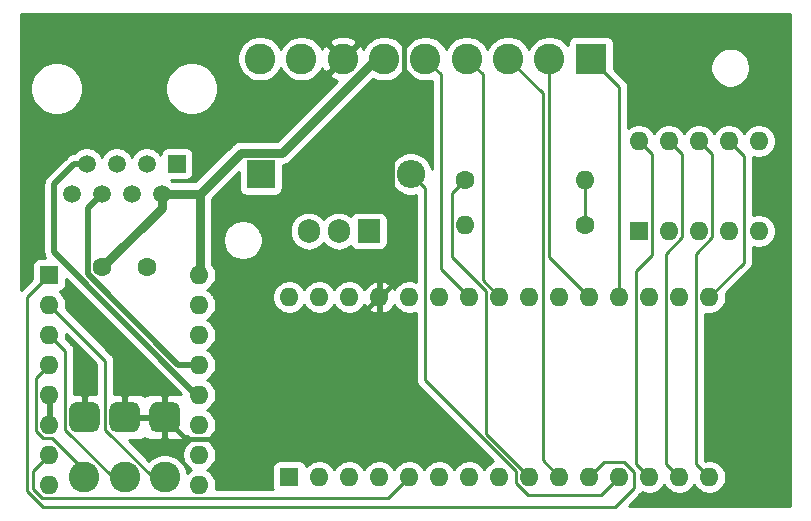
<source format=gbr>
%TF.GenerationSoftware,KiCad,Pcbnew,(5.1.9-0-10_14)*%
%TF.CreationDate,2021-03-28T23:18:51-04:00*%
%TF.ProjectId,shademaker,73686164-656d-4616-9b65-722e6b696361,rev?*%
%TF.SameCoordinates,Original*%
%TF.FileFunction,Copper,L1,Top*%
%TF.FilePolarity,Positive*%
%FSLAX46Y46*%
G04 Gerber Fmt 4.6, Leading zero omitted, Abs format (unit mm)*
G04 Created by KiCad (PCBNEW (5.1.9-0-10_14)) date 2021-03-28 23:18:51*
%MOMM*%
%LPD*%
G01*
G04 APERTURE LIST*
%TA.AperFunction,ComponentPad*%
%ADD10O,1.600000X1.600000*%
%TD*%
%TA.AperFunction,ComponentPad*%
%ADD11R,1.600000X1.600000*%
%TD*%
%TA.AperFunction,ComponentPad*%
%ADD12C,1.600000*%
%TD*%
%TA.AperFunction,ComponentPad*%
%ADD13C,2.600000*%
%TD*%
%TA.AperFunction,ComponentPad*%
%ADD14R,2.600000X2.600000*%
%TD*%
%TA.AperFunction,ComponentPad*%
%ADD15C,1.500000*%
%TD*%
%TA.AperFunction,ComponentPad*%
%ADD16R,1.500000X1.500000*%
%TD*%
%TA.AperFunction,ComponentPad*%
%ADD17O,1.905000X2.000000*%
%TD*%
%TA.AperFunction,ComponentPad*%
%ADD18R,1.905000X2.000000*%
%TD*%
%TA.AperFunction,ComponentPad*%
%ADD19O,2.400000X2.400000*%
%TD*%
%TA.AperFunction,ComponentPad*%
%ADD20R,2.400000X2.400000*%
%TD*%
%TA.AperFunction,Conductor*%
%ADD21C,0.250000*%
%TD*%
%TA.AperFunction,Conductor*%
%ADD22C,0.400000*%
%TD*%
%TA.AperFunction,Conductor*%
%ADD23C,0.500000*%
%TD*%
%TA.AperFunction,Conductor*%
%ADD24C,0.800000*%
%TD*%
%TA.AperFunction,Conductor*%
%ADD25C,0.254000*%
%TD*%
%TA.AperFunction,Conductor*%
%ADD26C,0.100000*%
%TD*%
G04 APERTURE END LIST*
D10*
%TO.P,SW1,10*%
%TO.N,I2C_0*%
X176276000Y-89662000D03*
%TO.P,SW1,5*%
%TO.N,GND*%
X186436000Y-97282000D03*
%TO.P,SW1,9*%
%TO.N,I2C_1*%
X178816000Y-89662000D03*
%TO.P,SW1,4*%
%TO.N,GND*%
X183896000Y-97282000D03*
%TO.P,SW1,8*%
%TO.N,I2C_2*%
X181356000Y-89662000D03*
%TO.P,SW1,3*%
%TO.N,GND*%
X181356000Y-97282000D03*
%TO.P,SW1,7*%
%TO.N,I2C_3*%
X183896000Y-89662000D03*
%TO.P,SW1,2*%
%TO.N,GND*%
X178816000Y-97282000D03*
%TO.P,SW1,6*%
%TO.N,I2C_4*%
X186436000Y-89662000D03*
D11*
%TO.P,SW1,1*%
%TO.N,GND*%
X176276000Y-97282000D03*
%TD*%
D10*
%TO.P,R1,2*%
%TO.N,GND*%
X161544000Y-96774000D03*
D12*
%TO.P,R1,1*%
%TO.N,Net-(Q1-Pad1)*%
X171704000Y-96774000D03*
%TD*%
D10*
%TO.P,ARDUINO1,16*%
%TO.N,I2C_3*%
X182245000Y-102870000D03*
%TO.P,ARDUINO1,15*%
%TO.N,I2C_2*%
X182245000Y-118110000D03*
%TO.P,ARDUINO1,30*%
%TO.N,Net-(ARDUINO1-Pad30)*%
X146685000Y-102870000D03*
%TO.P,ARDUINO1,14*%
%TO.N,I2C_1*%
X179705000Y-118110000D03*
%TO.P,ARDUINO1,29*%
%TO.N,GND*%
X149225000Y-102870000D03*
%TO.P,ARDUINO1,13*%
%TO.N,I2C_0*%
X177165000Y-118110000D03*
%TO.P,ARDUINO1,28*%
%TO.N,Net-(ARDUINO1-Pad28)*%
X151765000Y-102870000D03*
%TO.P,ARDUINO1,12*%
%TO.N,Net-(ARDUINO1-Pad12)*%
X174625000Y-118110000D03*
%TO.P,ARDUINO1,27*%
%TO.N,+5V*%
X154305000Y-102870000D03*
%TO.P,ARDUINO1,11*%
%TO.N,STEPPER_EN*%
X172085000Y-118110000D03*
%TO.P,ARDUINO1,26*%
%TO.N,Net-(ARDUINO1-Pad26)*%
X156845000Y-102870000D03*
%TO.P,ARDUINO1,10*%
%TO.N,AUTO*%
X169545000Y-118110000D03*
%TO.P,ARDUINO1,25*%
%TO.N,Net-(ARDUINO1-Pad25)*%
X159385000Y-102870000D03*
%TO.P,ARDUINO1,9*%
%TO.N,SOLENOID_PWM*%
X167005000Y-118110000D03*
%TO.P,ARDUINO1,24*%
%TO.N,I2C_SCL*%
X161925000Y-102870000D03*
%TO.P,ARDUINO1,8*%
%TO.N,STEPPER_DIR*%
X164465000Y-118110000D03*
%TO.P,ARDUINO1,23*%
%TO.N,I2C_SDA*%
X164465000Y-102870000D03*
%TO.P,ARDUINO1,7*%
%TO.N,I2C_4*%
X161925000Y-118110000D03*
%TO.P,ARDUINO1,22*%
%TO.N,Net-(ARDUINO1-Pad22)*%
X167005000Y-102870000D03*
%TO.P,ARDUINO1,6*%
%TO.N,Net-(ARDUINO1-Pad6)*%
X159385000Y-118110000D03*
%TO.P,ARDUINO1,21*%
%TO.N,Net-(ARDUINO1-Pad21)*%
X169545000Y-102870000D03*
%TO.P,ARDUINO1,5*%
%TO.N,STEPPER_STEP*%
X156845000Y-118110000D03*
%TO.P,ARDUINO1,20*%
%TO.N,DOWN*%
X172085000Y-102870000D03*
%TO.P,ARDUINO1,4*%
%TO.N,GND*%
X154305000Y-118110000D03*
%TO.P,ARDUINO1,19*%
%TO.N,UP*%
X174625000Y-102870000D03*
%TO.P,ARDUINO1,3*%
%TO.N,Net-(ARDUINO1-Pad3)*%
X151765000Y-118110000D03*
%TO.P,ARDUINO1,18*%
%TO.N,Net-(ARDUINO1-Pad18)*%
X177165000Y-102870000D03*
%TO.P,ARDUINO1,2*%
%TO.N,Net-(ARDUINO1-Pad2)*%
X149225000Y-118110000D03*
%TO.P,ARDUINO1,17*%
%TO.N,3.3v*%
X179705000Y-102870000D03*
D11*
%TO.P,ARDUINO1,1*%
%TO.N,Net-(ARDUINO1-Pad1)*%
X146685000Y-118110000D03*
%TD*%
D13*
%TO.P,SCREW1,9*%
%TO.N,GND*%
X144212000Y-82677000D03*
%TO.P,SCREW1,8*%
%TO.N,3.3v*%
X147712000Y-82677000D03*
%TO.P,SCREW1,7*%
%TO.N,+5V*%
X151212000Y-82677000D03*
%TO.P,SCREW1,6*%
%TO.N,SOLENOID+*%
X154712000Y-82677000D03*
%TO.P,SCREW1,5*%
%TO.N,I2C_SCL*%
X158212000Y-82677000D03*
%TO.P,SCREW1,4*%
%TO.N,I2C_SDA*%
X161712000Y-82677000D03*
%TO.P,SCREW1,3*%
%TO.N,AUTO*%
X165212000Y-82677000D03*
%TO.P,SCREW1,2*%
%TO.N,DOWN*%
X168712000Y-82677000D03*
D14*
%TO.P,SCREW1,1*%
%TO.N,UP*%
X172212000Y-82677000D03*
%TD*%
D10*
%TO.P,STEPPER1,16*%
%TO.N,SOLENOID+*%
X139065000Y-100965000D03*
%TO.P,STEPPER1,8*%
%TO.N,STEPPER_DIR*%
X126365000Y-118745000D03*
%TO.P,STEPPER1,15*%
%TO.N,GND*%
X139065000Y-103505000D03*
%TO.P,STEPPER1,7*%
%TO.N,STEPPER_STEP*%
X126365000Y-116205000D03*
%TO.P,STEPPER1,14*%
%TO.N,STEPPER_2A(cat5greenwhite)*%
X139065000Y-106045000D03*
%TO.P,STEPPER1,6*%
%TO.N,+5V*%
X126365000Y-113665000D03*
%TO.P,STEPPER1,13*%
%TO.N,STEPPER_1A(cat5green)*%
X139065000Y-108585000D03*
%TO.P,STEPPER1,5*%
%TO.N,+5V*%
X126365000Y-111125000D03*
%TO.P,STEPPER1,12*%
%TO.N,STEPPER_1B(cat5brownwhite)*%
X139065000Y-111125000D03*
%TO.P,STEPPER1,4*%
%TO.N,STEPPER_M2*%
X126365000Y-108585000D03*
%TO.P,STEPPER1,11*%
%TO.N,STEPPER_2B(browncat5)*%
X139065000Y-113665000D03*
%TO.P,STEPPER1,3*%
%TO.N,STEPPER_M1*%
X126365000Y-106045000D03*
%TO.P,STEPPER1,10*%
%TO.N,Net-(STEPPER1-Pad10)*%
X139065000Y-116205000D03*
%TO.P,STEPPER1,2*%
%TO.N,STEPPER_M0*%
X126365000Y-103505000D03*
%TO.P,STEPPER1,9*%
%TO.N,GND*%
X139065000Y-118745000D03*
D11*
%TO.P,STEPPER1,1*%
%TO.N,STEPPER_EN*%
X126365000Y-100965000D03*
%TD*%
D10*
%TO.P,R2,2*%
%TO.N,Net-(Q1-Pad1)*%
X171704000Y-92964000D03*
D12*
%TO.P,R2,1*%
%TO.N,SOLENOID_PWM*%
X161544000Y-92964000D03*
%TD*%
D15*
%TO.P,RJ45,8*%
%TO.N,STEPPER_2B(browncat5)*%
X128270000Y-94107000D03*
%TO.P,RJ45,7*%
%TO.N,STEPPER_1B(cat5brownwhite)*%
X129540000Y-91567000D03*
%TO.P,RJ45,6*%
%TO.N,STEPPER_1A(cat5green)*%
X130810000Y-94107000D03*
%TO.P,RJ45,5*%
%TO.N,GND*%
X132080000Y-91567000D03*
%TO.P,RJ45,4*%
%TO.N,STOP_SWITCH*%
X133350000Y-94107000D03*
%TO.P,RJ45,3*%
%TO.N,STEPPER_2A(cat5greenwhite)*%
X134620000Y-91567000D03*
%TO.P,RJ45,2*%
%TO.N,SOLENOID+*%
X135890000Y-94107000D03*
D16*
%TO.P,RJ45,1*%
%TO.N,SOLENOID-*%
X137160000Y-91567000D03*
%TD*%
D12*
%TO.P,C1,2*%
%TO.N,GND*%
X134594600Y-100304600D03*
%TO.P,C1,1*%
%TO.N,SOLENOID+*%
X130860800Y-100330000D03*
%TD*%
D13*
%TO.P,M2,2*%
%TO.N,STEPPER_M2*%
X129336800Y-118110000D03*
%TO.P,M2,1*%
%TO.N,+5V*%
%TA.AperFunction,ComponentPad*%
G36*
G01*
X128686800Y-111730000D02*
X129986800Y-111730000D01*
G75*
G02*
X130636800Y-112380000I0J-650000D01*
G01*
X130636800Y-113680000D01*
G75*
G02*
X129986800Y-114330000I-650000J0D01*
G01*
X128686800Y-114330000D01*
G75*
G02*
X128036800Y-113680000I0J650000D01*
G01*
X128036800Y-112380000D01*
G75*
G02*
X128686800Y-111730000I650000J0D01*
G01*
G37*
%TD.AperFunction*%
%TD*%
%TO.P,M1,2*%
%TO.N,STEPPER_M1*%
X132740400Y-118110000D03*
%TO.P,M1,1*%
%TO.N,+5V*%
%TA.AperFunction,ComponentPad*%
G36*
G01*
X132090400Y-111730000D02*
X133390400Y-111730000D01*
G75*
G02*
X134040400Y-112380000I0J-650000D01*
G01*
X134040400Y-113680000D01*
G75*
G02*
X133390400Y-114330000I-650000J0D01*
G01*
X132090400Y-114330000D01*
G75*
G02*
X131440400Y-113680000I0J650000D01*
G01*
X131440400Y-112380000D01*
G75*
G02*
X132090400Y-111730000I650000J0D01*
G01*
G37*
%TD.AperFunction*%
%TD*%
%TO.P,MO1,2*%
%TO.N,STEPPER_M0*%
X136144000Y-118110000D03*
%TO.P,MO1,1*%
%TO.N,+5V*%
%TA.AperFunction,ComponentPad*%
G36*
G01*
X135494000Y-111730000D02*
X136794000Y-111730000D01*
G75*
G02*
X137444000Y-112380000I0J-650000D01*
G01*
X137444000Y-113680000D01*
G75*
G02*
X136794000Y-114330000I-650000J0D01*
G01*
X135494000Y-114330000D01*
G75*
G02*
X134844000Y-113680000I0J650000D01*
G01*
X134844000Y-112380000D01*
G75*
G02*
X135494000Y-111730000I650000J0D01*
G01*
G37*
%TD.AperFunction*%
%TD*%
D17*
%TO.P,Q1,3*%
%TO.N,GND*%
X148336000Y-97282000D03*
%TO.P,Q1,2*%
%TO.N,SOLENOID-*%
X150876000Y-97282000D03*
D18*
%TO.P,Q1,1*%
%TO.N,Net-(Q1-Pad1)*%
X153416000Y-97282000D03*
%TD*%
D19*
%TO.P,D1,2*%
%TO.N,Net-(ARDUINO1-Pad12)*%
X156972000Y-92456000D03*
D20*
%TO.P,D1,1*%
%TO.N,STOP_SWITCH*%
X144272000Y-92456000D03*
%TD*%
D21*
%TO.N,+5V*%
X154693501Y-102481499D02*
X154305000Y-102870000D01*
D22*
X155371999Y-90754001D02*
X155371999Y-101803001D01*
X156412001Y-80720001D02*
X156412001Y-89713999D01*
X156412001Y-89713999D02*
X155371999Y-90754001D01*
X155371999Y-101803001D02*
X154305000Y-102870000D01*
X156210000Y-80518000D02*
X156412001Y-80720001D01*
X153371000Y-80518000D02*
X156210000Y-80518000D01*
X151212000Y-82677000D02*
X153371000Y-80518000D01*
X142309999Y-114865001D02*
X154305000Y-102870000D01*
X137979001Y-114865001D02*
X142309999Y-114865001D01*
X136144000Y-113030000D02*
X137979001Y-114865001D01*
D21*
%TO.N,SOLENOID_PWM*%
X163339999Y-102381409D02*
X163339999Y-114444999D01*
X160418999Y-99460409D02*
X163339999Y-102381409D01*
X163339999Y-114444999D02*
X167005000Y-118110000D01*
X160418999Y-94089001D02*
X160418999Y-99460409D01*
X161544000Y-92964000D02*
X160418999Y-94089001D01*
%TO.N,I2C_SCL*%
X159511999Y-83976999D02*
X159511999Y-100456999D01*
X159511999Y-100456999D02*
X161925000Y-102870000D01*
X158212000Y-82677000D02*
X159511999Y-83976999D01*
%TO.N,I2C_SDA*%
X163050001Y-101455001D02*
X164465000Y-102870000D01*
X163050001Y-84015001D02*
X163050001Y-101455001D01*
X161712000Y-82677000D02*
X163050001Y-84015001D01*
%TO.N,STEPPER_STEP*%
X126365000Y-116205000D02*
X124968000Y-117602000D01*
X124968000Y-117602000D02*
X124968000Y-119126000D01*
X124968000Y-119126000D02*
X125730000Y-119888000D01*
X155067000Y-119888000D02*
X156845000Y-118110000D01*
X125730000Y-119888000D02*
X155067000Y-119888000D01*
%TO.N,DOWN*%
X168712000Y-99497000D02*
X172085000Y-102870000D01*
X168712000Y-82677000D02*
X168712000Y-99497000D01*
%TO.N,UP*%
X174625000Y-85090000D02*
X174625000Y-102870000D01*
X172212000Y-82677000D02*
X174625000Y-85090000D01*
D23*
%TO.N,STEPPER_1B(cat5brownwhite)*%
X128479340Y-91567000D02*
X126746000Y-93300340D01*
X129540000Y-91567000D02*
X128479340Y-91567000D01*
X126746000Y-99055165D02*
X138815835Y-111125000D01*
X138815835Y-111125000D02*
X139065000Y-111125000D01*
X126746000Y-93300340D02*
X126746000Y-99055165D01*
%TO.N,STEPPER_1A(cat5green)*%
X137265798Y-108585000D02*
X139065000Y-108585000D01*
X129610799Y-100930001D02*
X137265798Y-108585000D01*
X129610799Y-95306201D02*
X129610799Y-100930001D01*
X130810000Y-94107000D02*
X129610799Y-95306201D01*
D24*
%TO.N,SOLENOID+*%
X139140998Y-94107000D02*
X135890000Y-94107000D01*
X142591999Y-90655999D02*
X139140998Y-94107000D01*
X154024002Y-82677000D02*
X146045003Y-90655999D01*
X146045003Y-90655999D02*
X142591999Y-90655999D01*
X154712000Y-82677000D02*
X154024002Y-82677000D01*
X139140998Y-100889002D02*
X139065000Y-100965000D01*
X139140998Y-94107000D02*
X139140998Y-100889002D01*
X135890000Y-95300800D02*
X130860800Y-100330000D01*
X135890000Y-94107000D02*
X135890000Y-95300800D01*
D21*
%TO.N,AUTO*%
X168130001Y-116695001D02*
X169545000Y-118110000D01*
X168130001Y-85595001D02*
X168130001Y-116695001D01*
X165212000Y-82677000D02*
X168130001Y-85595001D01*
%TO.N,STEPPER_EN*%
X173355000Y-116840000D02*
X172085000Y-118110000D01*
X175020002Y-116840000D02*
X173355000Y-116840000D01*
X175895000Y-117714998D02*
X175020002Y-116840000D01*
X175895000Y-118999000D02*
X175895000Y-117714998D01*
X174244000Y-120650000D02*
X175895000Y-118999000D01*
X125855590Y-120650000D02*
X174244000Y-120650000D01*
X126365000Y-100965000D02*
X124460000Y-102870000D01*
X124460000Y-102870000D02*
X124460000Y-119254410D01*
X124460000Y-119254410D02*
X125855590Y-120650000D01*
%TO.N,STEPPER_M2*%
X126615003Y-114790001D02*
X129336800Y-117511798D01*
X125824999Y-114790001D02*
X126615003Y-114790001D01*
X129336800Y-117511798D02*
X129336800Y-118110000D01*
X125239999Y-114205001D02*
X125824999Y-114790001D01*
X125239999Y-109710001D02*
X125239999Y-114205001D01*
X126365000Y-108585000D02*
X125239999Y-109710001D01*
%TO.N,STEPPER_M1*%
X131737926Y-118110000D02*
X132740400Y-118110000D01*
X127711790Y-114083864D02*
X131737926Y-118110000D01*
X127711790Y-107391790D02*
X127711790Y-114083864D01*
X126365000Y-106045000D02*
X127711790Y-107391790D01*
%TO.N,STEPPER_M0*%
X135141526Y-118110000D02*
X136144000Y-118110000D01*
X131115390Y-114083864D02*
X135141526Y-118110000D01*
X131115390Y-108255390D02*
X131115390Y-114083864D01*
X126365000Y-103505000D02*
X131115390Y-108255390D01*
%TO.N,Net-(Q1-Pad1)*%
X171704000Y-92964000D02*
X171704000Y-96774000D01*
%TO.N,Net-(ARDUINO1-Pad12)*%
X158171999Y-109913409D02*
X165879999Y-117621409D01*
X158171999Y-93655999D02*
X158171999Y-109913409D01*
X165879999Y-118650001D02*
X166863998Y-119634000D01*
X165879999Y-117621409D02*
X165879999Y-118650001D01*
X156972000Y-92456000D02*
X158171999Y-93655999D01*
X173101000Y-119634000D02*
X174625000Y-118110000D01*
X166863998Y-119634000D02*
X173101000Y-119634000D01*
%TO.N,I2C_3*%
X183786999Y-89771001D02*
X183896000Y-89662000D01*
X185166000Y-90932000D02*
X183896000Y-89662000D01*
X185166000Y-99949000D02*
X185166000Y-90932000D01*
X182245000Y-102870000D02*
X185166000Y-99949000D01*
%TO.N,I2C_2*%
X182481001Y-90787001D02*
X181356000Y-89662000D01*
X182481001Y-97822001D02*
X182481001Y-90787001D01*
X181119999Y-99183003D02*
X182481001Y-97822001D01*
X181119999Y-116984999D02*
X181119999Y-99183003D01*
X182245000Y-118110000D02*
X181119999Y-116984999D01*
%TO.N,I2C_1*%
X179941001Y-90787001D02*
X178816000Y-89662000D01*
X179941001Y-97822001D02*
X179941001Y-90787001D01*
X178579999Y-99183003D02*
X179941001Y-97822001D01*
X178579999Y-116984999D02*
X178579999Y-99183003D01*
X179705000Y-118110000D02*
X178579999Y-116984999D01*
%TO.N,I2C_0*%
X177401001Y-90787001D02*
X176276000Y-89662000D01*
X176039999Y-116984999D02*
X176039999Y-100643001D01*
X177401001Y-99281999D02*
X177401001Y-90787001D01*
X176039999Y-100643001D02*
X177401001Y-99281999D01*
X177165000Y-118110000D02*
X176039999Y-116984999D01*
%TD*%
D25*
%TO.N,+5V*%
X189103000Y-120523000D02*
X175445801Y-120523000D01*
X176406004Y-119562798D01*
X176435001Y-119539001D01*
X176529974Y-119423276D01*
X176540075Y-119404380D01*
X176746426Y-119489853D01*
X177023665Y-119545000D01*
X177306335Y-119545000D01*
X177583574Y-119489853D01*
X177844727Y-119381680D01*
X178079759Y-119224637D01*
X178279637Y-119024759D01*
X178435000Y-118792241D01*
X178590363Y-119024759D01*
X178790241Y-119224637D01*
X179025273Y-119381680D01*
X179286426Y-119489853D01*
X179563665Y-119545000D01*
X179846335Y-119545000D01*
X180123574Y-119489853D01*
X180384727Y-119381680D01*
X180619759Y-119224637D01*
X180819637Y-119024759D01*
X180975000Y-118792241D01*
X181130363Y-119024759D01*
X181330241Y-119224637D01*
X181565273Y-119381680D01*
X181826426Y-119489853D01*
X182103665Y-119545000D01*
X182386335Y-119545000D01*
X182663574Y-119489853D01*
X182924727Y-119381680D01*
X183159759Y-119224637D01*
X183359637Y-119024759D01*
X183516680Y-118789727D01*
X183624853Y-118528574D01*
X183680000Y-118251335D01*
X183680000Y-117968665D01*
X183624853Y-117691426D01*
X183516680Y-117430273D01*
X183359637Y-117195241D01*
X183159759Y-116995363D01*
X182924727Y-116838320D01*
X182663574Y-116730147D01*
X182386335Y-116675000D01*
X182103665Y-116675000D01*
X181921113Y-116711312D01*
X181879999Y-116670198D01*
X181879999Y-104260509D01*
X182103665Y-104305000D01*
X182386335Y-104305000D01*
X182663574Y-104249853D01*
X182924727Y-104141680D01*
X183159759Y-103984637D01*
X183359637Y-103784759D01*
X183516680Y-103549727D01*
X183624853Y-103288574D01*
X183680000Y-103011335D01*
X183680000Y-102728665D01*
X183643688Y-102546114D01*
X185677004Y-100512798D01*
X185706001Y-100489001D01*
X185800974Y-100373276D01*
X185871546Y-100241247D01*
X185915003Y-100097986D01*
X185926000Y-99986333D01*
X185926000Y-99986323D01*
X185929676Y-99949000D01*
X185926000Y-99911677D01*
X185926000Y-98623983D01*
X186017426Y-98661853D01*
X186294665Y-98717000D01*
X186577335Y-98717000D01*
X186854574Y-98661853D01*
X187115727Y-98553680D01*
X187350759Y-98396637D01*
X187550637Y-98196759D01*
X187707680Y-97961727D01*
X187815853Y-97700574D01*
X187871000Y-97423335D01*
X187871000Y-97140665D01*
X187815853Y-96863426D01*
X187707680Y-96602273D01*
X187550637Y-96367241D01*
X187350759Y-96167363D01*
X187115727Y-96010320D01*
X186854574Y-95902147D01*
X186577335Y-95847000D01*
X186294665Y-95847000D01*
X186017426Y-95902147D01*
X185926000Y-95940017D01*
X185926000Y-91003983D01*
X186017426Y-91041853D01*
X186294665Y-91097000D01*
X186577335Y-91097000D01*
X186854574Y-91041853D01*
X187115727Y-90933680D01*
X187350759Y-90776637D01*
X187550637Y-90576759D01*
X187707680Y-90341727D01*
X187815853Y-90080574D01*
X187871000Y-89803335D01*
X187871000Y-89520665D01*
X187815853Y-89243426D01*
X187707680Y-88982273D01*
X187550637Y-88747241D01*
X187350759Y-88547363D01*
X187115727Y-88390320D01*
X186854574Y-88282147D01*
X186577335Y-88227000D01*
X186294665Y-88227000D01*
X186017426Y-88282147D01*
X185756273Y-88390320D01*
X185521241Y-88547363D01*
X185321363Y-88747241D01*
X185166000Y-88979759D01*
X185010637Y-88747241D01*
X184810759Y-88547363D01*
X184575727Y-88390320D01*
X184314574Y-88282147D01*
X184037335Y-88227000D01*
X183754665Y-88227000D01*
X183477426Y-88282147D01*
X183216273Y-88390320D01*
X182981241Y-88547363D01*
X182781363Y-88747241D01*
X182626000Y-88979759D01*
X182470637Y-88747241D01*
X182270759Y-88547363D01*
X182035727Y-88390320D01*
X181774574Y-88282147D01*
X181497335Y-88227000D01*
X181214665Y-88227000D01*
X180937426Y-88282147D01*
X180676273Y-88390320D01*
X180441241Y-88547363D01*
X180241363Y-88747241D01*
X180086000Y-88979759D01*
X179930637Y-88747241D01*
X179730759Y-88547363D01*
X179495727Y-88390320D01*
X179234574Y-88282147D01*
X178957335Y-88227000D01*
X178674665Y-88227000D01*
X178397426Y-88282147D01*
X178136273Y-88390320D01*
X177901241Y-88547363D01*
X177701363Y-88747241D01*
X177546000Y-88979759D01*
X177390637Y-88747241D01*
X177190759Y-88547363D01*
X176955727Y-88390320D01*
X176694574Y-88282147D01*
X176417335Y-88227000D01*
X176134665Y-88227000D01*
X175857426Y-88282147D01*
X175596273Y-88390320D01*
X175385000Y-88531488D01*
X175385000Y-85127322D01*
X175388676Y-85089999D01*
X175385000Y-85052676D01*
X175385000Y-85052667D01*
X175374003Y-84941014D01*
X175330546Y-84797753D01*
X175259974Y-84665724D01*
X175165001Y-84549999D01*
X175136004Y-84526202D01*
X174150072Y-83540270D01*
X174150072Y-83273042D01*
X182338000Y-83273042D01*
X182338000Y-83604958D01*
X182402754Y-83930496D01*
X182529772Y-84237147D01*
X182714175Y-84513125D01*
X182948875Y-84747825D01*
X183224853Y-84932228D01*
X183531504Y-85059246D01*
X183857042Y-85124000D01*
X184188958Y-85124000D01*
X184514496Y-85059246D01*
X184821147Y-84932228D01*
X185097125Y-84747825D01*
X185331825Y-84513125D01*
X185516228Y-84237147D01*
X185643246Y-83930496D01*
X185708000Y-83604958D01*
X185708000Y-83273042D01*
X185643246Y-82947504D01*
X185516228Y-82640853D01*
X185331825Y-82364875D01*
X185097125Y-82130175D01*
X184821147Y-81945772D01*
X184514496Y-81818754D01*
X184188958Y-81754000D01*
X183857042Y-81754000D01*
X183531504Y-81818754D01*
X183224853Y-81945772D01*
X182948875Y-82130175D01*
X182714175Y-82364875D01*
X182529772Y-82640853D01*
X182402754Y-82947504D01*
X182338000Y-83273042D01*
X174150072Y-83273042D01*
X174150072Y-81377000D01*
X174137812Y-81252518D01*
X174101502Y-81132820D01*
X174042537Y-81022506D01*
X173963185Y-80925815D01*
X173866494Y-80846463D01*
X173756180Y-80787498D01*
X173636482Y-80751188D01*
X173512000Y-80738928D01*
X170912000Y-80738928D01*
X170787518Y-80751188D01*
X170667820Y-80787498D01*
X170557506Y-80846463D01*
X170460815Y-80925815D01*
X170381463Y-81022506D01*
X170322498Y-81132820D01*
X170286188Y-81252518D01*
X170273928Y-81377000D01*
X170273928Y-81531682D01*
X170215013Y-81443509D01*
X169945491Y-81173987D01*
X169628566Y-80962225D01*
X169276419Y-80816361D01*
X168902581Y-80742000D01*
X168521419Y-80742000D01*
X168147581Y-80816361D01*
X167795434Y-80962225D01*
X167478509Y-81173987D01*
X167208987Y-81443509D01*
X166997225Y-81760434D01*
X166962000Y-81845475D01*
X166926775Y-81760434D01*
X166715013Y-81443509D01*
X166445491Y-81173987D01*
X166128566Y-80962225D01*
X165776419Y-80816361D01*
X165402581Y-80742000D01*
X165021419Y-80742000D01*
X164647581Y-80816361D01*
X164295434Y-80962225D01*
X163978509Y-81173987D01*
X163708987Y-81443509D01*
X163497225Y-81760434D01*
X163462000Y-81845475D01*
X163426775Y-81760434D01*
X163215013Y-81443509D01*
X162945491Y-81173987D01*
X162628566Y-80962225D01*
X162276419Y-80816361D01*
X161902581Y-80742000D01*
X161521419Y-80742000D01*
X161147581Y-80816361D01*
X160795434Y-80962225D01*
X160478509Y-81173987D01*
X160208987Y-81443509D01*
X159997225Y-81760434D01*
X159962000Y-81845475D01*
X159926775Y-81760434D01*
X159715013Y-81443509D01*
X159445491Y-81173987D01*
X159128566Y-80962225D01*
X158776419Y-80816361D01*
X158402581Y-80742000D01*
X158021419Y-80742000D01*
X157647581Y-80816361D01*
X157295434Y-80962225D01*
X156978509Y-81173987D01*
X156708987Y-81443509D01*
X156497225Y-81760434D01*
X156462000Y-81845475D01*
X156426775Y-81760434D01*
X156215013Y-81443509D01*
X155945491Y-81173987D01*
X155628566Y-80962225D01*
X155276419Y-80816361D01*
X154902581Y-80742000D01*
X154521419Y-80742000D01*
X154147581Y-80816361D01*
X153795434Y-80962225D01*
X153478509Y-81173987D01*
X153208987Y-81443509D01*
X152997225Y-81760434D01*
X152963967Y-81840725D01*
X152856312Y-81639317D01*
X152561224Y-81507381D01*
X151391605Y-82677000D01*
X151405748Y-82691143D01*
X151226143Y-82870748D01*
X151212000Y-82856605D01*
X150042381Y-84026224D01*
X150174317Y-84321312D01*
X150515045Y-84492159D01*
X150695496Y-84541795D01*
X145616293Y-89620999D01*
X142642826Y-89620999D01*
X142591998Y-89615993D01*
X142541170Y-89620999D01*
X142541161Y-89620999D01*
X142389104Y-89635975D01*
X142194006Y-89695158D01*
X142110308Y-89739895D01*
X142014201Y-89791265D01*
X141896091Y-89888196D01*
X141856603Y-89920603D01*
X141824196Y-89960091D01*
X138712288Y-93072000D01*
X136813685Y-93072000D01*
X136772886Y-93031201D01*
X136658951Y-92955072D01*
X137910000Y-92955072D01*
X138034482Y-92942812D01*
X138154180Y-92906502D01*
X138264494Y-92847537D01*
X138361185Y-92768185D01*
X138440537Y-92671494D01*
X138499502Y-92561180D01*
X138535812Y-92441482D01*
X138548072Y-92317000D01*
X138548072Y-90817000D01*
X138535812Y-90692518D01*
X138499502Y-90572820D01*
X138440537Y-90462506D01*
X138361185Y-90365815D01*
X138264494Y-90286463D01*
X138154180Y-90227498D01*
X138034482Y-90191188D01*
X137910000Y-90178928D01*
X136410000Y-90178928D01*
X136285518Y-90191188D01*
X136165820Y-90227498D01*
X136055506Y-90286463D01*
X135958815Y-90365815D01*
X135879463Y-90462506D01*
X135820498Y-90572820D01*
X135784188Y-90692518D01*
X135773555Y-90800483D01*
X135695799Y-90684114D01*
X135502886Y-90491201D01*
X135276043Y-90339629D01*
X135023989Y-90235225D01*
X134756411Y-90182000D01*
X134483589Y-90182000D01*
X134216011Y-90235225D01*
X133963957Y-90339629D01*
X133737114Y-90491201D01*
X133544201Y-90684114D01*
X133392629Y-90910957D01*
X133350000Y-91013873D01*
X133307371Y-90910957D01*
X133155799Y-90684114D01*
X132962886Y-90491201D01*
X132736043Y-90339629D01*
X132483989Y-90235225D01*
X132216411Y-90182000D01*
X131943589Y-90182000D01*
X131676011Y-90235225D01*
X131423957Y-90339629D01*
X131197114Y-90491201D01*
X131004201Y-90684114D01*
X130852629Y-90910957D01*
X130810000Y-91013873D01*
X130767371Y-90910957D01*
X130615799Y-90684114D01*
X130422886Y-90491201D01*
X130196043Y-90339629D01*
X129943989Y-90235225D01*
X129676411Y-90182000D01*
X129403589Y-90182000D01*
X129136011Y-90235225D01*
X128883957Y-90339629D01*
X128657114Y-90491201D01*
X128469641Y-90678674D01*
X128435871Y-90682000D01*
X128435863Y-90682000D01*
X128329071Y-90692518D01*
X128305849Y-90694805D01*
X128255243Y-90710157D01*
X128139027Y-90745411D01*
X127985281Y-90827589D01*
X127947135Y-90858895D01*
X127884293Y-90910468D01*
X127884291Y-90910470D01*
X127850523Y-90938183D01*
X127822810Y-90971951D01*
X126150956Y-92643806D01*
X126117183Y-92671523D01*
X126006589Y-92806282D01*
X125924411Y-92960028D01*
X125873805Y-93126851D01*
X125861000Y-93256864D01*
X125861000Y-93256871D01*
X125856719Y-93300340D01*
X125861000Y-93343809D01*
X125861001Y-99011686D01*
X125856719Y-99055165D01*
X125873805Y-99228655D01*
X125924412Y-99395478D01*
X125994673Y-99526928D01*
X125565000Y-99526928D01*
X125440518Y-99539188D01*
X125320820Y-99575498D01*
X125210506Y-99634463D01*
X125113815Y-99713815D01*
X125034463Y-99810506D01*
X124975498Y-99920820D01*
X124939188Y-100040518D01*
X124926928Y-100165000D01*
X124926928Y-101328270D01*
X123952000Y-102303199D01*
X123952000Y-84996872D01*
X124765000Y-84996872D01*
X124765000Y-85437128D01*
X124850890Y-85868925D01*
X125019369Y-86275669D01*
X125263962Y-86641729D01*
X125575271Y-86953038D01*
X125941331Y-87197631D01*
X126348075Y-87366110D01*
X126779872Y-87452000D01*
X127220128Y-87452000D01*
X127651925Y-87366110D01*
X128058669Y-87197631D01*
X128424729Y-86953038D01*
X128736038Y-86641729D01*
X128980631Y-86275669D01*
X129149110Y-85868925D01*
X129235000Y-85437128D01*
X129235000Y-84996872D01*
X136195000Y-84996872D01*
X136195000Y-85437128D01*
X136280890Y-85868925D01*
X136449369Y-86275669D01*
X136693962Y-86641729D01*
X137005271Y-86953038D01*
X137371331Y-87197631D01*
X137778075Y-87366110D01*
X138209872Y-87452000D01*
X138650128Y-87452000D01*
X139081925Y-87366110D01*
X139488669Y-87197631D01*
X139854729Y-86953038D01*
X140166038Y-86641729D01*
X140410631Y-86275669D01*
X140579110Y-85868925D01*
X140665000Y-85437128D01*
X140665000Y-84996872D01*
X140579110Y-84565075D01*
X140410631Y-84158331D01*
X140166038Y-83792271D01*
X139854729Y-83480962D01*
X139488669Y-83236369D01*
X139081925Y-83067890D01*
X138650128Y-82982000D01*
X138209872Y-82982000D01*
X137778075Y-83067890D01*
X137371331Y-83236369D01*
X137005271Y-83480962D01*
X136693962Y-83792271D01*
X136449369Y-84158331D01*
X136280890Y-84565075D01*
X136195000Y-84996872D01*
X129235000Y-84996872D01*
X129149110Y-84565075D01*
X128980631Y-84158331D01*
X128736038Y-83792271D01*
X128424729Y-83480962D01*
X128058669Y-83236369D01*
X127651925Y-83067890D01*
X127220128Y-82982000D01*
X126779872Y-82982000D01*
X126348075Y-83067890D01*
X125941331Y-83236369D01*
X125575271Y-83480962D01*
X125263962Y-83792271D01*
X125019369Y-84158331D01*
X124850890Y-84565075D01*
X124765000Y-84996872D01*
X123952000Y-84996872D01*
X123952000Y-82486419D01*
X142277000Y-82486419D01*
X142277000Y-82867581D01*
X142351361Y-83241419D01*
X142497225Y-83593566D01*
X142708987Y-83910491D01*
X142978509Y-84180013D01*
X143295434Y-84391775D01*
X143647581Y-84537639D01*
X144021419Y-84612000D01*
X144402581Y-84612000D01*
X144776419Y-84537639D01*
X145128566Y-84391775D01*
X145445491Y-84180013D01*
X145715013Y-83910491D01*
X145926775Y-83593566D01*
X145962000Y-83508525D01*
X145997225Y-83593566D01*
X146208987Y-83910491D01*
X146478509Y-84180013D01*
X146795434Y-84391775D01*
X147147581Y-84537639D01*
X147521419Y-84612000D01*
X147902581Y-84612000D01*
X148276419Y-84537639D01*
X148628566Y-84391775D01*
X148945491Y-84180013D01*
X149215013Y-83910491D01*
X149426775Y-83593566D01*
X149460033Y-83513275D01*
X149567688Y-83714683D01*
X149862776Y-83846619D01*
X151032395Y-82677000D01*
X149862776Y-81507381D01*
X149567688Y-81639317D01*
X149463048Y-81848005D01*
X149426775Y-81760434D01*
X149215013Y-81443509D01*
X149099280Y-81327776D01*
X150042381Y-81327776D01*
X151212000Y-82497395D01*
X152381619Y-81327776D01*
X152249683Y-81032688D01*
X151908955Y-80861841D01*
X151541443Y-80760750D01*
X151161271Y-80733299D01*
X150783049Y-80780543D01*
X150421310Y-80900667D01*
X150174317Y-81032688D01*
X150042381Y-81327776D01*
X149099280Y-81327776D01*
X148945491Y-81173987D01*
X148628566Y-80962225D01*
X148276419Y-80816361D01*
X147902581Y-80742000D01*
X147521419Y-80742000D01*
X147147581Y-80816361D01*
X146795434Y-80962225D01*
X146478509Y-81173987D01*
X146208987Y-81443509D01*
X145997225Y-81760434D01*
X145962000Y-81845475D01*
X145926775Y-81760434D01*
X145715013Y-81443509D01*
X145445491Y-81173987D01*
X145128566Y-80962225D01*
X144776419Y-80816361D01*
X144402581Y-80742000D01*
X144021419Y-80742000D01*
X143647581Y-80816361D01*
X143295434Y-80962225D01*
X142978509Y-81173987D01*
X142708987Y-81443509D01*
X142497225Y-81760434D01*
X142351361Y-82112581D01*
X142277000Y-82486419D01*
X123952000Y-82486419D01*
X123952000Y-78867000D01*
X189103000Y-78867000D01*
X189103000Y-120523000D01*
%TA.AperFunction,Conductor*%
D26*
G36*
X189103000Y-120523000D02*
G01*
X175445801Y-120523000D01*
X176406004Y-119562798D01*
X176435001Y-119539001D01*
X176529974Y-119423276D01*
X176540075Y-119404380D01*
X176746426Y-119489853D01*
X177023665Y-119545000D01*
X177306335Y-119545000D01*
X177583574Y-119489853D01*
X177844727Y-119381680D01*
X178079759Y-119224637D01*
X178279637Y-119024759D01*
X178435000Y-118792241D01*
X178590363Y-119024759D01*
X178790241Y-119224637D01*
X179025273Y-119381680D01*
X179286426Y-119489853D01*
X179563665Y-119545000D01*
X179846335Y-119545000D01*
X180123574Y-119489853D01*
X180384727Y-119381680D01*
X180619759Y-119224637D01*
X180819637Y-119024759D01*
X180975000Y-118792241D01*
X181130363Y-119024759D01*
X181330241Y-119224637D01*
X181565273Y-119381680D01*
X181826426Y-119489853D01*
X182103665Y-119545000D01*
X182386335Y-119545000D01*
X182663574Y-119489853D01*
X182924727Y-119381680D01*
X183159759Y-119224637D01*
X183359637Y-119024759D01*
X183516680Y-118789727D01*
X183624853Y-118528574D01*
X183680000Y-118251335D01*
X183680000Y-117968665D01*
X183624853Y-117691426D01*
X183516680Y-117430273D01*
X183359637Y-117195241D01*
X183159759Y-116995363D01*
X182924727Y-116838320D01*
X182663574Y-116730147D01*
X182386335Y-116675000D01*
X182103665Y-116675000D01*
X181921113Y-116711312D01*
X181879999Y-116670198D01*
X181879999Y-104260509D01*
X182103665Y-104305000D01*
X182386335Y-104305000D01*
X182663574Y-104249853D01*
X182924727Y-104141680D01*
X183159759Y-103984637D01*
X183359637Y-103784759D01*
X183516680Y-103549727D01*
X183624853Y-103288574D01*
X183680000Y-103011335D01*
X183680000Y-102728665D01*
X183643688Y-102546114D01*
X185677004Y-100512798D01*
X185706001Y-100489001D01*
X185800974Y-100373276D01*
X185871546Y-100241247D01*
X185915003Y-100097986D01*
X185926000Y-99986333D01*
X185926000Y-99986323D01*
X185929676Y-99949000D01*
X185926000Y-99911677D01*
X185926000Y-98623983D01*
X186017426Y-98661853D01*
X186294665Y-98717000D01*
X186577335Y-98717000D01*
X186854574Y-98661853D01*
X187115727Y-98553680D01*
X187350759Y-98396637D01*
X187550637Y-98196759D01*
X187707680Y-97961727D01*
X187815853Y-97700574D01*
X187871000Y-97423335D01*
X187871000Y-97140665D01*
X187815853Y-96863426D01*
X187707680Y-96602273D01*
X187550637Y-96367241D01*
X187350759Y-96167363D01*
X187115727Y-96010320D01*
X186854574Y-95902147D01*
X186577335Y-95847000D01*
X186294665Y-95847000D01*
X186017426Y-95902147D01*
X185926000Y-95940017D01*
X185926000Y-91003983D01*
X186017426Y-91041853D01*
X186294665Y-91097000D01*
X186577335Y-91097000D01*
X186854574Y-91041853D01*
X187115727Y-90933680D01*
X187350759Y-90776637D01*
X187550637Y-90576759D01*
X187707680Y-90341727D01*
X187815853Y-90080574D01*
X187871000Y-89803335D01*
X187871000Y-89520665D01*
X187815853Y-89243426D01*
X187707680Y-88982273D01*
X187550637Y-88747241D01*
X187350759Y-88547363D01*
X187115727Y-88390320D01*
X186854574Y-88282147D01*
X186577335Y-88227000D01*
X186294665Y-88227000D01*
X186017426Y-88282147D01*
X185756273Y-88390320D01*
X185521241Y-88547363D01*
X185321363Y-88747241D01*
X185166000Y-88979759D01*
X185010637Y-88747241D01*
X184810759Y-88547363D01*
X184575727Y-88390320D01*
X184314574Y-88282147D01*
X184037335Y-88227000D01*
X183754665Y-88227000D01*
X183477426Y-88282147D01*
X183216273Y-88390320D01*
X182981241Y-88547363D01*
X182781363Y-88747241D01*
X182626000Y-88979759D01*
X182470637Y-88747241D01*
X182270759Y-88547363D01*
X182035727Y-88390320D01*
X181774574Y-88282147D01*
X181497335Y-88227000D01*
X181214665Y-88227000D01*
X180937426Y-88282147D01*
X180676273Y-88390320D01*
X180441241Y-88547363D01*
X180241363Y-88747241D01*
X180086000Y-88979759D01*
X179930637Y-88747241D01*
X179730759Y-88547363D01*
X179495727Y-88390320D01*
X179234574Y-88282147D01*
X178957335Y-88227000D01*
X178674665Y-88227000D01*
X178397426Y-88282147D01*
X178136273Y-88390320D01*
X177901241Y-88547363D01*
X177701363Y-88747241D01*
X177546000Y-88979759D01*
X177390637Y-88747241D01*
X177190759Y-88547363D01*
X176955727Y-88390320D01*
X176694574Y-88282147D01*
X176417335Y-88227000D01*
X176134665Y-88227000D01*
X175857426Y-88282147D01*
X175596273Y-88390320D01*
X175385000Y-88531488D01*
X175385000Y-85127322D01*
X175388676Y-85089999D01*
X175385000Y-85052676D01*
X175385000Y-85052667D01*
X175374003Y-84941014D01*
X175330546Y-84797753D01*
X175259974Y-84665724D01*
X175165001Y-84549999D01*
X175136004Y-84526202D01*
X174150072Y-83540270D01*
X174150072Y-83273042D01*
X182338000Y-83273042D01*
X182338000Y-83604958D01*
X182402754Y-83930496D01*
X182529772Y-84237147D01*
X182714175Y-84513125D01*
X182948875Y-84747825D01*
X183224853Y-84932228D01*
X183531504Y-85059246D01*
X183857042Y-85124000D01*
X184188958Y-85124000D01*
X184514496Y-85059246D01*
X184821147Y-84932228D01*
X185097125Y-84747825D01*
X185331825Y-84513125D01*
X185516228Y-84237147D01*
X185643246Y-83930496D01*
X185708000Y-83604958D01*
X185708000Y-83273042D01*
X185643246Y-82947504D01*
X185516228Y-82640853D01*
X185331825Y-82364875D01*
X185097125Y-82130175D01*
X184821147Y-81945772D01*
X184514496Y-81818754D01*
X184188958Y-81754000D01*
X183857042Y-81754000D01*
X183531504Y-81818754D01*
X183224853Y-81945772D01*
X182948875Y-82130175D01*
X182714175Y-82364875D01*
X182529772Y-82640853D01*
X182402754Y-82947504D01*
X182338000Y-83273042D01*
X174150072Y-83273042D01*
X174150072Y-81377000D01*
X174137812Y-81252518D01*
X174101502Y-81132820D01*
X174042537Y-81022506D01*
X173963185Y-80925815D01*
X173866494Y-80846463D01*
X173756180Y-80787498D01*
X173636482Y-80751188D01*
X173512000Y-80738928D01*
X170912000Y-80738928D01*
X170787518Y-80751188D01*
X170667820Y-80787498D01*
X170557506Y-80846463D01*
X170460815Y-80925815D01*
X170381463Y-81022506D01*
X170322498Y-81132820D01*
X170286188Y-81252518D01*
X170273928Y-81377000D01*
X170273928Y-81531682D01*
X170215013Y-81443509D01*
X169945491Y-81173987D01*
X169628566Y-80962225D01*
X169276419Y-80816361D01*
X168902581Y-80742000D01*
X168521419Y-80742000D01*
X168147581Y-80816361D01*
X167795434Y-80962225D01*
X167478509Y-81173987D01*
X167208987Y-81443509D01*
X166997225Y-81760434D01*
X166962000Y-81845475D01*
X166926775Y-81760434D01*
X166715013Y-81443509D01*
X166445491Y-81173987D01*
X166128566Y-80962225D01*
X165776419Y-80816361D01*
X165402581Y-80742000D01*
X165021419Y-80742000D01*
X164647581Y-80816361D01*
X164295434Y-80962225D01*
X163978509Y-81173987D01*
X163708987Y-81443509D01*
X163497225Y-81760434D01*
X163462000Y-81845475D01*
X163426775Y-81760434D01*
X163215013Y-81443509D01*
X162945491Y-81173987D01*
X162628566Y-80962225D01*
X162276419Y-80816361D01*
X161902581Y-80742000D01*
X161521419Y-80742000D01*
X161147581Y-80816361D01*
X160795434Y-80962225D01*
X160478509Y-81173987D01*
X160208987Y-81443509D01*
X159997225Y-81760434D01*
X159962000Y-81845475D01*
X159926775Y-81760434D01*
X159715013Y-81443509D01*
X159445491Y-81173987D01*
X159128566Y-80962225D01*
X158776419Y-80816361D01*
X158402581Y-80742000D01*
X158021419Y-80742000D01*
X157647581Y-80816361D01*
X157295434Y-80962225D01*
X156978509Y-81173987D01*
X156708987Y-81443509D01*
X156497225Y-81760434D01*
X156462000Y-81845475D01*
X156426775Y-81760434D01*
X156215013Y-81443509D01*
X155945491Y-81173987D01*
X155628566Y-80962225D01*
X155276419Y-80816361D01*
X154902581Y-80742000D01*
X154521419Y-80742000D01*
X154147581Y-80816361D01*
X153795434Y-80962225D01*
X153478509Y-81173987D01*
X153208987Y-81443509D01*
X152997225Y-81760434D01*
X152963967Y-81840725D01*
X152856312Y-81639317D01*
X152561224Y-81507381D01*
X151391605Y-82677000D01*
X151405748Y-82691143D01*
X151226143Y-82870748D01*
X151212000Y-82856605D01*
X150042381Y-84026224D01*
X150174317Y-84321312D01*
X150515045Y-84492159D01*
X150695496Y-84541795D01*
X145616293Y-89620999D01*
X142642826Y-89620999D01*
X142591998Y-89615993D01*
X142541170Y-89620999D01*
X142541161Y-89620999D01*
X142389104Y-89635975D01*
X142194006Y-89695158D01*
X142110308Y-89739895D01*
X142014201Y-89791265D01*
X141896091Y-89888196D01*
X141856603Y-89920603D01*
X141824196Y-89960091D01*
X138712288Y-93072000D01*
X136813685Y-93072000D01*
X136772886Y-93031201D01*
X136658951Y-92955072D01*
X137910000Y-92955072D01*
X138034482Y-92942812D01*
X138154180Y-92906502D01*
X138264494Y-92847537D01*
X138361185Y-92768185D01*
X138440537Y-92671494D01*
X138499502Y-92561180D01*
X138535812Y-92441482D01*
X138548072Y-92317000D01*
X138548072Y-90817000D01*
X138535812Y-90692518D01*
X138499502Y-90572820D01*
X138440537Y-90462506D01*
X138361185Y-90365815D01*
X138264494Y-90286463D01*
X138154180Y-90227498D01*
X138034482Y-90191188D01*
X137910000Y-90178928D01*
X136410000Y-90178928D01*
X136285518Y-90191188D01*
X136165820Y-90227498D01*
X136055506Y-90286463D01*
X135958815Y-90365815D01*
X135879463Y-90462506D01*
X135820498Y-90572820D01*
X135784188Y-90692518D01*
X135773555Y-90800483D01*
X135695799Y-90684114D01*
X135502886Y-90491201D01*
X135276043Y-90339629D01*
X135023989Y-90235225D01*
X134756411Y-90182000D01*
X134483589Y-90182000D01*
X134216011Y-90235225D01*
X133963957Y-90339629D01*
X133737114Y-90491201D01*
X133544201Y-90684114D01*
X133392629Y-90910957D01*
X133350000Y-91013873D01*
X133307371Y-90910957D01*
X133155799Y-90684114D01*
X132962886Y-90491201D01*
X132736043Y-90339629D01*
X132483989Y-90235225D01*
X132216411Y-90182000D01*
X131943589Y-90182000D01*
X131676011Y-90235225D01*
X131423957Y-90339629D01*
X131197114Y-90491201D01*
X131004201Y-90684114D01*
X130852629Y-90910957D01*
X130810000Y-91013873D01*
X130767371Y-90910957D01*
X130615799Y-90684114D01*
X130422886Y-90491201D01*
X130196043Y-90339629D01*
X129943989Y-90235225D01*
X129676411Y-90182000D01*
X129403589Y-90182000D01*
X129136011Y-90235225D01*
X128883957Y-90339629D01*
X128657114Y-90491201D01*
X128469641Y-90678674D01*
X128435871Y-90682000D01*
X128435863Y-90682000D01*
X128329071Y-90692518D01*
X128305849Y-90694805D01*
X128255243Y-90710157D01*
X128139027Y-90745411D01*
X127985281Y-90827589D01*
X127947135Y-90858895D01*
X127884293Y-90910468D01*
X127884291Y-90910470D01*
X127850523Y-90938183D01*
X127822810Y-90971951D01*
X126150956Y-92643806D01*
X126117183Y-92671523D01*
X126006589Y-92806282D01*
X125924411Y-92960028D01*
X125873805Y-93126851D01*
X125861000Y-93256864D01*
X125861000Y-93256871D01*
X125856719Y-93300340D01*
X125861000Y-93343809D01*
X125861001Y-99011686D01*
X125856719Y-99055165D01*
X125873805Y-99228655D01*
X125924412Y-99395478D01*
X125994673Y-99526928D01*
X125565000Y-99526928D01*
X125440518Y-99539188D01*
X125320820Y-99575498D01*
X125210506Y-99634463D01*
X125113815Y-99713815D01*
X125034463Y-99810506D01*
X124975498Y-99920820D01*
X124939188Y-100040518D01*
X124926928Y-100165000D01*
X124926928Y-101328270D01*
X123952000Y-102303199D01*
X123952000Y-84996872D01*
X124765000Y-84996872D01*
X124765000Y-85437128D01*
X124850890Y-85868925D01*
X125019369Y-86275669D01*
X125263962Y-86641729D01*
X125575271Y-86953038D01*
X125941331Y-87197631D01*
X126348075Y-87366110D01*
X126779872Y-87452000D01*
X127220128Y-87452000D01*
X127651925Y-87366110D01*
X128058669Y-87197631D01*
X128424729Y-86953038D01*
X128736038Y-86641729D01*
X128980631Y-86275669D01*
X129149110Y-85868925D01*
X129235000Y-85437128D01*
X129235000Y-84996872D01*
X136195000Y-84996872D01*
X136195000Y-85437128D01*
X136280890Y-85868925D01*
X136449369Y-86275669D01*
X136693962Y-86641729D01*
X137005271Y-86953038D01*
X137371331Y-87197631D01*
X137778075Y-87366110D01*
X138209872Y-87452000D01*
X138650128Y-87452000D01*
X139081925Y-87366110D01*
X139488669Y-87197631D01*
X139854729Y-86953038D01*
X140166038Y-86641729D01*
X140410631Y-86275669D01*
X140579110Y-85868925D01*
X140665000Y-85437128D01*
X140665000Y-84996872D01*
X140579110Y-84565075D01*
X140410631Y-84158331D01*
X140166038Y-83792271D01*
X139854729Y-83480962D01*
X139488669Y-83236369D01*
X139081925Y-83067890D01*
X138650128Y-82982000D01*
X138209872Y-82982000D01*
X137778075Y-83067890D01*
X137371331Y-83236369D01*
X137005271Y-83480962D01*
X136693962Y-83792271D01*
X136449369Y-84158331D01*
X136280890Y-84565075D01*
X136195000Y-84996872D01*
X129235000Y-84996872D01*
X129149110Y-84565075D01*
X128980631Y-84158331D01*
X128736038Y-83792271D01*
X128424729Y-83480962D01*
X128058669Y-83236369D01*
X127651925Y-83067890D01*
X127220128Y-82982000D01*
X126779872Y-82982000D01*
X126348075Y-83067890D01*
X125941331Y-83236369D01*
X125575271Y-83480962D01*
X125263962Y-83792271D01*
X125019369Y-84158331D01*
X124850890Y-84565075D01*
X124765000Y-84996872D01*
X123952000Y-84996872D01*
X123952000Y-82486419D01*
X142277000Y-82486419D01*
X142277000Y-82867581D01*
X142351361Y-83241419D01*
X142497225Y-83593566D01*
X142708987Y-83910491D01*
X142978509Y-84180013D01*
X143295434Y-84391775D01*
X143647581Y-84537639D01*
X144021419Y-84612000D01*
X144402581Y-84612000D01*
X144776419Y-84537639D01*
X145128566Y-84391775D01*
X145445491Y-84180013D01*
X145715013Y-83910491D01*
X145926775Y-83593566D01*
X145962000Y-83508525D01*
X145997225Y-83593566D01*
X146208987Y-83910491D01*
X146478509Y-84180013D01*
X146795434Y-84391775D01*
X147147581Y-84537639D01*
X147521419Y-84612000D01*
X147902581Y-84612000D01*
X148276419Y-84537639D01*
X148628566Y-84391775D01*
X148945491Y-84180013D01*
X149215013Y-83910491D01*
X149426775Y-83593566D01*
X149460033Y-83513275D01*
X149567688Y-83714683D01*
X149862776Y-83846619D01*
X151032395Y-82677000D01*
X149862776Y-81507381D01*
X149567688Y-81639317D01*
X149463048Y-81848005D01*
X149426775Y-81760434D01*
X149215013Y-81443509D01*
X149099280Y-81327776D01*
X150042381Y-81327776D01*
X151212000Y-82497395D01*
X152381619Y-81327776D01*
X152249683Y-81032688D01*
X151908955Y-80861841D01*
X151541443Y-80760750D01*
X151161271Y-80733299D01*
X150783049Y-80780543D01*
X150421310Y-80900667D01*
X150174317Y-81032688D01*
X150042381Y-81327776D01*
X149099280Y-81327776D01*
X148945491Y-81173987D01*
X148628566Y-80962225D01*
X148276419Y-80816361D01*
X147902581Y-80742000D01*
X147521419Y-80742000D01*
X147147581Y-80816361D01*
X146795434Y-80962225D01*
X146478509Y-81173987D01*
X146208987Y-81443509D01*
X145997225Y-81760434D01*
X145962000Y-81845475D01*
X145926775Y-81760434D01*
X145715013Y-81443509D01*
X145445491Y-81173987D01*
X145128566Y-80962225D01*
X144776419Y-80816361D01*
X144402581Y-80742000D01*
X144021419Y-80742000D01*
X143647581Y-80816361D01*
X143295434Y-80962225D01*
X142978509Y-81173987D01*
X142708987Y-81443509D01*
X142497225Y-81760434D01*
X142351361Y-82112581D01*
X142277000Y-82486419D01*
X123952000Y-82486419D01*
X123952000Y-78867000D01*
X189103000Y-78867000D01*
X189103000Y-120523000D01*
G37*
%TD.AperFunction*%
D25*
X156497225Y-83593566D02*
X156708987Y-83910491D01*
X156978509Y-84180013D01*
X157295434Y-84391775D01*
X157647581Y-84537639D01*
X158021419Y-84612000D01*
X158402581Y-84612000D01*
X158751999Y-84542496D01*
X158751999Y-91998762D01*
X158736482Y-91920750D01*
X158598156Y-91586801D01*
X158397338Y-91286256D01*
X158141744Y-91030662D01*
X157841199Y-90829844D01*
X157507250Y-90691518D01*
X157152732Y-90621000D01*
X156791268Y-90621000D01*
X156436750Y-90691518D01*
X156102801Y-90829844D01*
X155802256Y-91030662D01*
X155546662Y-91286256D01*
X155345844Y-91586801D01*
X155207518Y-91920750D01*
X155137000Y-92275268D01*
X155137000Y-92636732D01*
X155207518Y-92991250D01*
X155345844Y-93325199D01*
X155546662Y-93625744D01*
X155802256Y-93881338D01*
X156102801Y-94082156D01*
X156436750Y-94220482D01*
X156791268Y-94291000D01*
X157152732Y-94291000D01*
X157411999Y-94239429D01*
X157411999Y-101551627D01*
X157263574Y-101490147D01*
X156986335Y-101435000D01*
X156703665Y-101435000D01*
X156426426Y-101490147D01*
X156165273Y-101598320D01*
X155930241Y-101755363D01*
X155730363Y-101955241D01*
X155573320Y-102190273D01*
X155568933Y-102200865D01*
X155457385Y-102014869D01*
X155268414Y-101806481D01*
X155042420Y-101638963D01*
X154788087Y-101518754D01*
X154654039Y-101478096D01*
X154432000Y-101600085D01*
X154432000Y-102743000D01*
X154452000Y-102743000D01*
X154452000Y-102997000D01*
X154432000Y-102997000D01*
X154432000Y-104139915D01*
X154654039Y-104261904D01*
X154788087Y-104221246D01*
X155042420Y-104101037D01*
X155268414Y-103933519D01*
X155457385Y-103725131D01*
X155568933Y-103539135D01*
X155573320Y-103549727D01*
X155730363Y-103784759D01*
X155930241Y-103984637D01*
X156165273Y-104141680D01*
X156426426Y-104249853D01*
X156703665Y-104305000D01*
X156986335Y-104305000D01*
X157263574Y-104249853D01*
X157412000Y-104188373D01*
X157412000Y-109876076D01*
X157408323Y-109913409D01*
X157422997Y-110062394D01*
X157466453Y-110205655D01*
X157537025Y-110337685D01*
X157608200Y-110424411D01*
X157631999Y-110453410D01*
X157660997Y-110477208D01*
X163952741Y-116768953D01*
X163785273Y-116838320D01*
X163550241Y-116995363D01*
X163350363Y-117195241D01*
X163195000Y-117427759D01*
X163039637Y-117195241D01*
X162839759Y-116995363D01*
X162604727Y-116838320D01*
X162343574Y-116730147D01*
X162066335Y-116675000D01*
X161783665Y-116675000D01*
X161506426Y-116730147D01*
X161245273Y-116838320D01*
X161010241Y-116995363D01*
X160810363Y-117195241D01*
X160655000Y-117427759D01*
X160499637Y-117195241D01*
X160299759Y-116995363D01*
X160064727Y-116838320D01*
X159803574Y-116730147D01*
X159526335Y-116675000D01*
X159243665Y-116675000D01*
X158966426Y-116730147D01*
X158705273Y-116838320D01*
X158470241Y-116995363D01*
X158270363Y-117195241D01*
X158115000Y-117427759D01*
X157959637Y-117195241D01*
X157759759Y-116995363D01*
X157524727Y-116838320D01*
X157263574Y-116730147D01*
X156986335Y-116675000D01*
X156703665Y-116675000D01*
X156426426Y-116730147D01*
X156165273Y-116838320D01*
X155930241Y-116995363D01*
X155730363Y-117195241D01*
X155575000Y-117427759D01*
X155419637Y-117195241D01*
X155219759Y-116995363D01*
X154984727Y-116838320D01*
X154723574Y-116730147D01*
X154446335Y-116675000D01*
X154163665Y-116675000D01*
X153886426Y-116730147D01*
X153625273Y-116838320D01*
X153390241Y-116995363D01*
X153190363Y-117195241D01*
X153035000Y-117427759D01*
X152879637Y-117195241D01*
X152679759Y-116995363D01*
X152444727Y-116838320D01*
X152183574Y-116730147D01*
X151906335Y-116675000D01*
X151623665Y-116675000D01*
X151346426Y-116730147D01*
X151085273Y-116838320D01*
X150850241Y-116995363D01*
X150650363Y-117195241D01*
X150495000Y-117427759D01*
X150339637Y-117195241D01*
X150139759Y-116995363D01*
X149904727Y-116838320D01*
X149643574Y-116730147D01*
X149366335Y-116675000D01*
X149083665Y-116675000D01*
X148806426Y-116730147D01*
X148545273Y-116838320D01*
X148310241Y-116995363D01*
X148111643Y-117193961D01*
X148110812Y-117185518D01*
X148074502Y-117065820D01*
X148015537Y-116955506D01*
X147936185Y-116858815D01*
X147839494Y-116779463D01*
X147729180Y-116720498D01*
X147609482Y-116684188D01*
X147485000Y-116671928D01*
X145885000Y-116671928D01*
X145760518Y-116684188D01*
X145640820Y-116720498D01*
X145530506Y-116779463D01*
X145433815Y-116858815D01*
X145354463Y-116955506D01*
X145295498Y-117065820D01*
X145259188Y-117185518D01*
X145246928Y-117310000D01*
X145246928Y-118910000D01*
X145259188Y-119034482D01*
X145287556Y-119128000D01*
X140451929Y-119128000D01*
X140500000Y-118886335D01*
X140500000Y-118603665D01*
X140444853Y-118326426D01*
X140336680Y-118065273D01*
X140179637Y-117830241D01*
X139979759Y-117630363D01*
X139747241Y-117475000D01*
X139979759Y-117319637D01*
X140179637Y-117119759D01*
X140336680Y-116884727D01*
X140444853Y-116623574D01*
X140500000Y-116346335D01*
X140500000Y-116063665D01*
X140444853Y-115786426D01*
X140336680Y-115525273D01*
X140179637Y-115290241D01*
X139979759Y-115090363D01*
X139747241Y-114935000D01*
X139979759Y-114779637D01*
X140179637Y-114579759D01*
X140336680Y-114344727D01*
X140444853Y-114083574D01*
X140500000Y-113806335D01*
X140500000Y-113523665D01*
X140444853Y-113246426D01*
X140336680Y-112985273D01*
X140179637Y-112750241D01*
X139979759Y-112550363D01*
X139747241Y-112395000D01*
X139979759Y-112239637D01*
X140179637Y-112039759D01*
X140336680Y-111804727D01*
X140444853Y-111543574D01*
X140500000Y-111266335D01*
X140500000Y-110983665D01*
X140444853Y-110706426D01*
X140336680Y-110445273D01*
X140179637Y-110210241D01*
X139979759Y-110010363D01*
X139747241Y-109855000D01*
X139979759Y-109699637D01*
X140179637Y-109499759D01*
X140336680Y-109264727D01*
X140444853Y-109003574D01*
X140500000Y-108726335D01*
X140500000Y-108443665D01*
X140444853Y-108166426D01*
X140336680Y-107905273D01*
X140179637Y-107670241D01*
X139979759Y-107470363D01*
X139747241Y-107315000D01*
X139979759Y-107159637D01*
X140179637Y-106959759D01*
X140336680Y-106724727D01*
X140444853Y-106463574D01*
X140500000Y-106186335D01*
X140500000Y-105903665D01*
X140444853Y-105626426D01*
X140336680Y-105365273D01*
X140179637Y-105130241D01*
X139979759Y-104930363D01*
X139747241Y-104775000D01*
X139979759Y-104619637D01*
X140179637Y-104419759D01*
X140336680Y-104184727D01*
X140444853Y-103923574D01*
X140500000Y-103646335D01*
X140500000Y-103363665D01*
X140444853Y-103086426D01*
X140336680Y-102825273D01*
X140272129Y-102728665D01*
X145250000Y-102728665D01*
X145250000Y-103011335D01*
X145305147Y-103288574D01*
X145413320Y-103549727D01*
X145570363Y-103784759D01*
X145770241Y-103984637D01*
X146005273Y-104141680D01*
X146266426Y-104249853D01*
X146543665Y-104305000D01*
X146826335Y-104305000D01*
X147103574Y-104249853D01*
X147364727Y-104141680D01*
X147599759Y-103984637D01*
X147799637Y-103784759D01*
X147955000Y-103552241D01*
X148110363Y-103784759D01*
X148310241Y-103984637D01*
X148545273Y-104141680D01*
X148806426Y-104249853D01*
X149083665Y-104305000D01*
X149366335Y-104305000D01*
X149643574Y-104249853D01*
X149904727Y-104141680D01*
X150139759Y-103984637D01*
X150339637Y-103784759D01*
X150495000Y-103552241D01*
X150650363Y-103784759D01*
X150850241Y-103984637D01*
X151085273Y-104141680D01*
X151346426Y-104249853D01*
X151623665Y-104305000D01*
X151906335Y-104305000D01*
X152183574Y-104249853D01*
X152444727Y-104141680D01*
X152679759Y-103984637D01*
X152879637Y-103784759D01*
X153036680Y-103549727D01*
X153041067Y-103539135D01*
X153152615Y-103725131D01*
X153341586Y-103933519D01*
X153567580Y-104101037D01*
X153821913Y-104221246D01*
X153955961Y-104261904D01*
X154178000Y-104139915D01*
X154178000Y-102997000D01*
X154158000Y-102997000D01*
X154158000Y-102743000D01*
X154178000Y-102743000D01*
X154178000Y-101600085D01*
X153955961Y-101478096D01*
X153821913Y-101518754D01*
X153567580Y-101638963D01*
X153341586Y-101806481D01*
X153152615Y-102014869D01*
X153041067Y-102200865D01*
X153036680Y-102190273D01*
X152879637Y-101955241D01*
X152679759Y-101755363D01*
X152444727Y-101598320D01*
X152183574Y-101490147D01*
X151906335Y-101435000D01*
X151623665Y-101435000D01*
X151346426Y-101490147D01*
X151085273Y-101598320D01*
X150850241Y-101755363D01*
X150650363Y-101955241D01*
X150495000Y-102187759D01*
X150339637Y-101955241D01*
X150139759Y-101755363D01*
X149904727Y-101598320D01*
X149643574Y-101490147D01*
X149366335Y-101435000D01*
X149083665Y-101435000D01*
X148806426Y-101490147D01*
X148545273Y-101598320D01*
X148310241Y-101755363D01*
X148110363Y-101955241D01*
X147955000Y-102187759D01*
X147799637Y-101955241D01*
X147599759Y-101755363D01*
X147364727Y-101598320D01*
X147103574Y-101490147D01*
X146826335Y-101435000D01*
X146543665Y-101435000D01*
X146266426Y-101490147D01*
X146005273Y-101598320D01*
X145770241Y-101755363D01*
X145570363Y-101955241D01*
X145413320Y-102190273D01*
X145305147Y-102451426D01*
X145250000Y-102728665D01*
X140272129Y-102728665D01*
X140179637Y-102590241D01*
X139979759Y-102390363D01*
X139747241Y-102235000D01*
X139979759Y-102079637D01*
X140179637Y-101879759D01*
X140336680Y-101644727D01*
X140444853Y-101383574D01*
X140500000Y-101106335D01*
X140500000Y-100823665D01*
X140444853Y-100546426D01*
X140336680Y-100285273D01*
X140179637Y-100050241D01*
X140175998Y-100046602D01*
X140175998Y-97878042D01*
X141063000Y-97878042D01*
X141063000Y-98209958D01*
X141127754Y-98535496D01*
X141254772Y-98842147D01*
X141439175Y-99118125D01*
X141673875Y-99352825D01*
X141949853Y-99537228D01*
X142256504Y-99664246D01*
X142582042Y-99729000D01*
X142913958Y-99729000D01*
X143239496Y-99664246D01*
X143546147Y-99537228D01*
X143822125Y-99352825D01*
X144056825Y-99118125D01*
X144241228Y-98842147D01*
X144368246Y-98535496D01*
X144433000Y-98209958D01*
X144433000Y-97878042D01*
X144368246Y-97552504D01*
X144241228Y-97245853D01*
X144181534Y-97156514D01*
X146748500Y-97156514D01*
X146748500Y-97407485D01*
X146771470Y-97640703D01*
X146862245Y-97939948D01*
X147009655Y-98215734D01*
X147208037Y-98457463D01*
X147449765Y-98655845D01*
X147725551Y-98803255D01*
X148024796Y-98894030D01*
X148336000Y-98924681D01*
X148647203Y-98894030D01*
X148946448Y-98803255D01*
X149222234Y-98655845D01*
X149463963Y-98457463D01*
X149606000Y-98284391D01*
X149748037Y-98457463D01*
X149989765Y-98655845D01*
X150265551Y-98803255D01*
X150564796Y-98894030D01*
X150876000Y-98924681D01*
X151187203Y-98894030D01*
X151486448Y-98803255D01*
X151762234Y-98655845D01*
X151888095Y-98552553D01*
X151932963Y-98636494D01*
X152012315Y-98733185D01*
X152109006Y-98812537D01*
X152219320Y-98871502D01*
X152339018Y-98907812D01*
X152463500Y-98920072D01*
X154368500Y-98920072D01*
X154492982Y-98907812D01*
X154612680Y-98871502D01*
X154722994Y-98812537D01*
X154819685Y-98733185D01*
X154899037Y-98636494D01*
X154958002Y-98526180D01*
X154994312Y-98406482D01*
X155006572Y-98282000D01*
X155006572Y-96282000D01*
X154994312Y-96157518D01*
X154958002Y-96037820D01*
X154899037Y-95927506D01*
X154819685Y-95830815D01*
X154722994Y-95751463D01*
X154612680Y-95692498D01*
X154492982Y-95656188D01*
X154368500Y-95643928D01*
X152463500Y-95643928D01*
X152339018Y-95656188D01*
X152219320Y-95692498D01*
X152109006Y-95751463D01*
X152012315Y-95830815D01*
X151932963Y-95927506D01*
X151888095Y-96011446D01*
X151762235Y-95908155D01*
X151486449Y-95760745D01*
X151187204Y-95669970D01*
X150876000Y-95639319D01*
X150564797Y-95669970D01*
X150265552Y-95760745D01*
X149989766Y-95908155D01*
X149748037Y-96106537D01*
X149606000Y-96279609D01*
X149463963Y-96106537D01*
X149222235Y-95908155D01*
X148946449Y-95760745D01*
X148647204Y-95669970D01*
X148336000Y-95639319D01*
X148024797Y-95669970D01*
X147725552Y-95760745D01*
X147449766Y-95908155D01*
X147208037Y-96106537D01*
X147009655Y-96348265D01*
X146862245Y-96624051D01*
X146771470Y-96923296D01*
X146748500Y-97156514D01*
X144181534Y-97156514D01*
X144056825Y-96969875D01*
X143822125Y-96735175D01*
X143546147Y-96550772D01*
X143239496Y-96423754D01*
X142913958Y-96359000D01*
X142582042Y-96359000D01*
X142256504Y-96423754D01*
X141949853Y-96550772D01*
X141673875Y-96735175D01*
X141439175Y-96969875D01*
X141254772Y-97245853D01*
X141127754Y-97552504D01*
X141063000Y-97878042D01*
X140175998Y-97878042D01*
X140175998Y-94535710D01*
X142433928Y-92277781D01*
X142433928Y-93656000D01*
X142446188Y-93780482D01*
X142482498Y-93900180D01*
X142541463Y-94010494D01*
X142620815Y-94107185D01*
X142717506Y-94186537D01*
X142827820Y-94245502D01*
X142947518Y-94281812D01*
X143072000Y-94294072D01*
X145472000Y-94294072D01*
X145596482Y-94281812D01*
X145716180Y-94245502D01*
X145826494Y-94186537D01*
X145923185Y-94107185D01*
X146002537Y-94010494D01*
X146061502Y-93900180D01*
X146097812Y-93780482D01*
X146110072Y-93656000D01*
X146110072Y-91689597D01*
X146247898Y-91676023D01*
X146442996Y-91616840D01*
X146622800Y-91520733D01*
X146780399Y-91391395D01*
X146812810Y-91351902D01*
X153781949Y-84382764D01*
X153795434Y-84391775D01*
X154147581Y-84537639D01*
X154521419Y-84612000D01*
X154902581Y-84612000D01*
X155276419Y-84537639D01*
X155628566Y-84391775D01*
X155945491Y-84180013D01*
X156215013Y-83910491D01*
X156426775Y-83593566D01*
X156462000Y-83508525D01*
X156497225Y-83593566D01*
%TA.AperFunction,Conductor*%
D26*
G36*
X156497225Y-83593566D02*
G01*
X156708987Y-83910491D01*
X156978509Y-84180013D01*
X157295434Y-84391775D01*
X157647581Y-84537639D01*
X158021419Y-84612000D01*
X158402581Y-84612000D01*
X158751999Y-84542496D01*
X158751999Y-91998762D01*
X158736482Y-91920750D01*
X158598156Y-91586801D01*
X158397338Y-91286256D01*
X158141744Y-91030662D01*
X157841199Y-90829844D01*
X157507250Y-90691518D01*
X157152732Y-90621000D01*
X156791268Y-90621000D01*
X156436750Y-90691518D01*
X156102801Y-90829844D01*
X155802256Y-91030662D01*
X155546662Y-91286256D01*
X155345844Y-91586801D01*
X155207518Y-91920750D01*
X155137000Y-92275268D01*
X155137000Y-92636732D01*
X155207518Y-92991250D01*
X155345844Y-93325199D01*
X155546662Y-93625744D01*
X155802256Y-93881338D01*
X156102801Y-94082156D01*
X156436750Y-94220482D01*
X156791268Y-94291000D01*
X157152732Y-94291000D01*
X157411999Y-94239429D01*
X157411999Y-101551627D01*
X157263574Y-101490147D01*
X156986335Y-101435000D01*
X156703665Y-101435000D01*
X156426426Y-101490147D01*
X156165273Y-101598320D01*
X155930241Y-101755363D01*
X155730363Y-101955241D01*
X155573320Y-102190273D01*
X155568933Y-102200865D01*
X155457385Y-102014869D01*
X155268414Y-101806481D01*
X155042420Y-101638963D01*
X154788087Y-101518754D01*
X154654039Y-101478096D01*
X154432000Y-101600085D01*
X154432000Y-102743000D01*
X154452000Y-102743000D01*
X154452000Y-102997000D01*
X154432000Y-102997000D01*
X154432000Y-104139915D01*
X154654039Y-104261904D01*
X154788087Y-104221246D01*
X155042420Y-104101037D01*
X155268414Y-103933519D01*
X155457385Y-103725131D01*
X155568933Y-103539135D01*
X155573320Y-103549727D01*
X155730363Y-103784759D01*
X155930241Y-103984637D01*
X156165273Y-104141680D01*
X156426426Y-104249853D01*
X156703665Y-104305000D01*
X156986335Y-104305000D01*
X157263574Y-104249853D01*
X157412000Y-104188373D01*
X157412000Y-109876076D01*
X157408323Y-109913409D01*
X157422997Y-110062394D01*
X157466453Y-110205655D01*
X157537025Y-110337685D01*
X157608200Y-110424411D01*
X157631999Y-110453410D01*
X157660997Y-110477208D01*
X163952741Y-116768953D01*
X163785273Y-116838320D01*
X163550241Y-116995363D01*
X163350363Y-117195241D01*
X163195000Y-117427759D01*
X163039637Y-117195241D01*
X162839759Y-116995363D01*
X162604727Y-116838320D01*
X162343574Y-116730147D01*
X162066335Y-116675000D01*
X161783665Y-116675000D01*
X161506426Y-116730147D01*
X161245273Y-116838320D01*
X161010241Y-116995363D01*
X160810363Y-117195241D01*
X160655000Y-117427759D01*
X160499637Y-117195241D01*
X160299759Y-116995363D01*
X160064727Y-116838320D01*
X159803574Y-116730147D01*
X159526335Y-116675000D01*
X159243665Y-116675000D01*
X158966426Y-116730147D01*
X158705273Y-116838320D01*
X158470241Y-116995363D01*
X158270363Y-117195241D01*
X158115000Y-117427759D01*
X157959637Y-117195241D01*
X157759759Y-116995363D01*
X157524727Y-116838320D01*
X157263574Y-116730147D01*
X156986335Y-116675000D01*
X156703665Y-116675000D01*
X156426426Y-116730147D01*
X156165273Y-116838320D01*
X155930241Y-116995363D01*
X155730363Y-117195241D01*
X155575000Y-117427759D01*
X155419637Y-117195241D01*
X155219759Y-116995363D01*
X154984727Y-116838320D01*
X154723574Y-116730147D01*
X154446335Y-116675000D01*
X154163665Y-116675000D01*
X153886426Y-116730147D01*
X153625273Y-116838320D01*
X153390241Y-116995363D01*
X153190363Y-117195241D01*
X153035000Y-117427759D01*
X152879637Y-117195241D01*
X152679759Y-116995363D01*
X152444727Y-116838320D01*
X152183574Y-116730147D01*
X151906335Y-116675000D01*
X151623665Y-116675000D01*
X151346426Y-116730147D01*
X151085273Y-116838320D01*
X150850241Y-116995363D01*
X150650363Y-117195241D01*
X150495000Y-117427759D01*
X150339637Y-117195241D01*
X150139759Y-116995363D01*
X149904727Y-116838320D01*
X149643574Y-116730147D01*
X149366335Y-116675000D01*
X149083665Y-116675000D01*
X148806426Y-116730147D01*
X148545273Y-116838320D01*
X148310241Y-116995363D01*
X148111643Y-117193961D01*
X148110812Y-117185518D01*
X148074502Y-117065820D01*
X148015537Y-116955506D01*
X147936185Y-116858815D01*
X147839494Y-116779463D01*
X147729180Y-116720498D01*
X147609482Y-116684188D01*
X147485000Y-116671928D01*
X145885000Y-116671928D01*
X145760518Y-116684188D01*
X145640820Y-116720498D01*
X145530506Y-116779463D01*
X145433815Y-116858815D01*
X145354463Y-116955506D01*
X145295498Y-117065820D01*
X145259188Y-117185518D01*
X145246928Y-117310000D01*
X145246928Y-118910000D01*
X145259188Y-119034482D01*
X145287556Y-119128000D01*
X140451929Y-119128000D01*
X140500000Y-118886335D01*
X140500000Y-118603665D01*
X140444853Y-118326426D01*
X140336680Y-118065273D01*
X140179637Y-117830241D01*
X139979759Y-117630363D01*
X139747241Y-117475000D01*
X139979759Y-117319637D01*
X140179637Y-117119759D01*
X140336680Y-116884727D01*
X140444853Y-116623574D01*
X140500000Y-116346335D01*
X140500000Y-116063665D01*
X140444853Y-115786426D01*
X140336680Y-115525273D01*
X140179637Y-115290241D01*
X139979759Y-115090363D01*
X139747241Y-114935000D01*
X139979759Y-114779637D01*
X140179637Y-114579759D01*
X140336680Y-114344727D01*
X140444853Y-114083574D01*
X140500000Y-113806335D01*
X140500000Y-113523665D01*
X140444853Y-113246426D01*
X140336680Y-112985273D01*
X140179637Y-112750241D01*
X139979759Y-112550363D01*
X139747241Y-112395000D01*
X139979759Y-112239637D01*
X140179637Y-112039759D01*
X140336680Y-111804727D01*
X140444853Y-111543574D01*
X140500000Y-111266335D01*
X140500000Y-110983665D01*
X140444853Y-110706426D01*
X140336680Y-110445273D01*
X140179637Y-110210241D01*
X139979759Y-110010363D01*
X139747241Y-109855000D01*
X139979759Y-109699637D01*
X140179637Y-109499759D01*
X140336680Y-109264727D01*
X140444853Y-109003574D01*
X140500000Y-108726335D01*
X140500000Y-108443665D01*
X140444853Y-108166426D01*
X140336680Y-107905273D01*
X140179637Y-107670241D01*
X139979759Y-107470363D01*
X139747241Y-107315000D01*
X139979759Y-107159637D01*
X140179637Y-106959759D01*
X140336680Y-106724727D01*
X140444853Y-106463574D01*
X140500000Y-106186335D01*
X140500000Y-105903665D01*
X140444853Y-105626426D01*
X140336680Y-105365273D01*
X140179637Y-105130241D01*
X139979759Y-104930363D01*
X139747241Y-104775000D01*
X139979759Y-104619637D01*
X140179637Y-104419759D01*
X140336680Y-104184727D01*
X140444853Y-103923574D01*
X140500000Y-103646335D01*
X140500000Y-103363665D01*
X140444853Y-103086426D01*
X140336680Y-102825273D01*
X140272129Y-102728665D01*
X145250000Y-102728665D01*
X145250000Y-103011335D01*
X145305147Y-103288574D01*
X145413320Y-103549727D01*
X145570363Y-103784759D01*
X145770241Y-103984637D01*
X146005273Y-104141680D01*
X146266426Y-104249853D01*
X146543665Y-104305000D01*
X146826335Y-104305000D01*
X147103574Y-104249853D01*
X147364727Y-104141680D01*
X147599759Y-103984637D01*
X147799637Y-103784759D01*
X147955000Y-103552241D01*
X148110363Y-103784759D01*
X148310241Y-103984637D01*
X148545273Y-104141680D01*
X148806426Y-104249853D01*
X149083665Y-104305000D01*
X149366335Y-104305000D01*
X149643574Y-104249853D01*
X149904727Y-104141680D01*
X150139759Y-103984637D01*
X150339637Y-103784759D01*
X150495000Y-103552241D01*
X150650363Y-103784759D01*
X150850241Y-103984637D01*
X151085273Y-104141680D01*
X151346426Y-104249853D01*
X151623665Y-104305000D01*
X151906335Y-104305000D01*
X152183574Y-104249853D01*
X152444727Y-104141680D01*
X152679759Y-103984637D01*
X152879637Y-103784759D01*
X153036680Y-103549727D01*
X153041067Y-103539135D01*
X153152615Y-103725131D01*
X153341586Y-103933519D01*
X153567580Y-104101037D01*
X153821913Y-104221246D01*
X153955961Y-104261904D01*
X154178000Y-104139915D01*
X154178000Y-102997000D01*
X154158000Y-102997000D01*
X154158000Y-102743000D01*
X154178000Y-102743000D01*
X154178000Y-101600085D01*
X153955961Y-101478096D01*
X153821913Y-101518754D01*
X153567580Y-101638963D01*
X153341586Y-101806481D01*
X153152615Y-102014869D01*
X153041067Y-102200865D01*
X153036680Y-102190273D01*
X152879637Y-101955241D01*
X152679759Y-101755363D01*
X152444727Y-101598320D01*
X152183574Y-101490147D01*
X151906335Y-101435000D01*
X151623665Y-101435000D01*
X151346426Y-101490147D01*
X151085273Y-101598320D01*
X150850241Y-101755363D01*
X150650363Y-101955241D01*
X150495000Y-102187759D01*
X150339637Y-101955241D01*
X150139759Y-101755363D01*
X149904727Y-101598320D01*
X149643574Y-101490147D01*
X149366335Y-101435000D01*
X149083665Y-101435000D01*
X148806426Y-101490147D01*
X148545273Y-101598320D01*
X148310241Y-101755363D01*
X148110363Y-101955241D01*
X147955000Y-102187759D01*
X147799637Y-101955241D01*
X147599759Y-101755363D01*
X147364727Y-101598320D01*
X147103574Y-101490147D01*
X146826335Y-101435000D01*
X146543665Y-101435000D01*
X146266426Y-101490147D01*
X146005273Y-101598320D01*
X145770241Y-101755363D01*
X145570363Y-101955241D01*
X145413320Y-102190273D01*
X145305147Y-102451426D01*
X145250000Y-102728665D01*
X140272129Y-102728665D01*
X140179637Y-102590241D01*
X139979759Y-102390363D01*
X139747241Y-102235000D01*
X139979759Y-102079637D01*
X140179637Y-101879759D01*
X140336680Y-101644727D01*
X140444853Y-101383574D01*
X140500000Y-101106335D01*
X140500000Y-100823665D01*
X140444853Y-100546426D01*
X140336680Y-100285273D01*
X140179637Y-100050241D01*
X140175998Y-100046602D01*
X140175998Y-97878042D01*
X141063000Y-97878042D01*
X141063000Y-98209958D01*
X141127754Y-98535496D01*
X141254772Y-98842147D01*
X141439175Y-99118125D01*
X141673875Y-99352825D01*
X141949853Y-99537228D01*
X142256504Y-99664246D01*
X142582042Y-99729000D01*
X142913958Y-99729000D01*
X143239496Y-99664246D01*
X143546147Y-99537228D01*
X143822125Y-99352825D01*
X144056825Y-99118125D01*
X144241228Y-98842147D01*
X144368246Y-98535496D01*
X144433000Y-98209958D01*
X144433000Y-97878042D01*
X144368246Y-97552504D01*
X144241228Y-97245853D01*
X144181534Y-97156514D01*
X146748500Y-97156514D01*
X146748500Y-97407485D01*
X146771470Y-97640703D01*
X146862245Y-97939948D01*
X147009655Y-98215734D01*
X147208037Y-98457463D01*
X147449765Y-98655845D01*
X147725551Y-98803255D01*
X148024796Y-98894030D01*
X148336000Y-98924681D01*
X148647203Y-98894030D01*
X148946448Y-98803255D01*
X149222234Y-98655845D01*
X149463963Y-98457463D01*
X149606000Y-98284391D01*
X149748037Y-98457463D01*
X149989765Y-98655845D01*
X150265551Y-98803255D01*
X150564796Y-98894030D01*
X150876000Y-98924681D01*
X151187203Y-98894030D01*
X151486448Y-98803255D01*
X151762234Y-98655845D01*
X151888095Y-98552553D01*
X151932963Y-98636494D01*
X152012315Y-98733185D01*
X152109006Y-98812537D01*
X152219320Y-98871502D01*
X152339018Y-98907812D01*
X152463500Y-98920072D01*
X154368500Y-98920072D01*
X154492982Y-98907812D01*
X154612680Y-98871502D01*
X154722994Y-98812537D01*
X154819685Y-98733185D01*
X154899037Y-98636494D01*
X154958002Y-98526180D01*
X154994312Y-98406482D01*
X155006572Y-98282000D01*
X155006572Y-96282000D01*
X154994312Y-96157518D01*
X154958002Y-96037820D01*
X154899037Y-95927506D01*
X154819685Y-95830815D01*
X154722994Y-95751463D01*
X154612680Y-95692498D01*
X154492982Y-95656188D01*
X154368500Y-95643928D01*
X152463500Y-95643928D01*
X152339018Y-95656188D01*
X152219320Y-95692498D01*
X152109006Y-95751463D01*
X152012315Y-95830815D01*
X151932963Y-95927506D01*
X151888095Y-96011446D01*
X151762235Y-95908155D01*
X151486449Y-95760745D01*
X151187204Y-95669970D01*
X150876000Y-95639319D01*
X150564797Y-95669970D01*
X150265552Y-95760745D01*
X149989766Y-95908155D01*
X149748037Y-96106537D01*
X149606000Y-96279609D01*
X149463963Y-96106537D01*
X149222235Y-95908155D01*
X148946449Y-95760745D01*
X148647204Y-95669970D01*
X148336000Y-95639319D01*
X148024797Y-95669970D01*
X147725552Y-95760745D01*
X147449766Y-95908155D01*
X147208037Y-96106537D01*
X147009655Y-96348265D01*
X146862245Y-96624051D01*
X146771470Y-96923296D01*
X146748500Y-97156514D01*
X144181534Y-97156514D01*
X144056825Y-96969875D01*
X143822125Y-96735175D01*
X143546147Y-96550772D01*
X143239496Y-96423754D01*
X142913958Y-96359000D01*
X142582042Y-96359000D01*
X142256504Y-96423754D01*
X141949853Y-96550772D01*
X141673875Y-96735175D01*
X141439175Y-96969875D01*
X141254772Y-97245853D01*
X141127754Y-97552504D01*
X141063000Y-97878042D01*
X140175998Y-97878042D01*
X140175998Y-94535710D01*
X142433928Y-92277781D01*
X142433928Y-93656000D01*
X142446188Y-93780482D01*
X142482498Y-93900180D01*
X142541463Y-94010494D01*
X142620815Y-94107185D01*
X142717506Y-94186537D01*
X142827820Y-94245502D01*
X142947518Y-94281812D01*
X143072000Y-94294072D01*
X145472000Y-94294072D01*
X145596482Y-94281812D01*
X145716180Y-94245502D01*
X145826494Y-94186537D01*
X145923185Y-94107185D01*
X146002537Y-94010494D01*
X146061502Y-93900180D01*
X146097812Y-93780482D01*
X146110072Y-93656000D01*
X146110072Y-91689597D01*
X146247898Y-91676023D01*
X146442996Y-91616840D01*
X146622800Y-91520733D01*
X146780399Y-91391395D01*
X146812810Y-91351902D01*
X153781949Y-84382764D01*
X153795434Y-84391775D01*
X154147581Y-84537639D01*
X154521419Y-84612000D01*
X154902581Y-84612000D01*
X155276419Y-84537639D01*
X155628566Y-84391775D01*
X155945491Y-84180013D01*
X156215013Y-83910491D01*
X156426775Y-83593566D01*
X156462000Y-83508525D01*
X156497225Y-83593566D01*
G37*
%TD.AperFunction*%
D25*
X137540709Y-111101453D02*
X137444000Y-111091928D01*
X136429750Y-111095000D01*
X136271000Y-111253750D01*
X136271000Y-112903000D01*
X136291000Y-112903000D01*
X136291000Y-113157000D01*
X136271000Y-113157000D01*
X136271000Y-114806250D01*
X136429750Y-114965000D01*
X137444000Y-114968072D01*
X137568482Y-114955812D01*
X137688180Y-114919502D01*
X137798494Y-114860537D01*
X137895185Y-114781185D01*
X137974537Y-114684494D01*
X138002599Y-114631995D01*
X138150241Y-114779637D01*
X138382759Y-114935000D01*
X138150241Y-115090363D01*
X137950363Y-115290241D01*
X137793320Y-115525273D01*
X137685147Y-115786426D01*
X137630000Y-116063665D01*
X137630000Y-116346335D01*
X137685147Y-116623574D01*
X137793320Y-116884727D01*
X137950363Y-117119759D01*
X138150241Y-117319637D01*
X138382759Y-117475000D01*
X138150241Y-117630363D01*
X138042862Y-117737742D01*
X138004639Y-117545581D01*
X137858775Y-117193434D01*
X137647013Y-116876509D01*
X137377491Y-116606987D01*
X137060566Y-116395225D01*
X136708419Y-116249361D01*
X136334581Y-116175000D01*
X135953419Y-116175000D01*
X135579581Y-116249361D01*
X135227434Y-116395225D01*
X134910509Y-116606987D01*
X134811912Y-116705584D01*
X133071465Y-114965137D01*
X134040400Y-114968072D01*
X134164882Y-114955812D01*
X134284580Y-114919502D01*
X134394894Y-114860537D01*
X134442200Y-114821714D01*
X134489506Y-114860537D01*
X134599820Y-114919502D01*
X134719518Y-114955812D01*
X134844000Y-114968072D01*
X135858250Y-114965000D01*
X136017000Y-114806250D01*
X136017000Y-113157000D01*
X132867400Y-113157000D01*
X132867400Y-113177000D01*
X132613400Y-113177000D01*
X132613400Y-113157000D01*
X132593400Y-113157000D01*
X132593400Y-112903000D01*
X132613400Y-112903000D01*
X132613400Y-111253750D01*
X132867400Y-111253750D01*
X132867400Y-112903000D01*
X136017000Y-112903000D01*
X136017000Y-111253750D01*
X135858250Y-111095000D01*
X134844000Y-111091928D01*
X134719518Y-111104188D01*
X134599820Y-111140498D01*
X134489506Y-111199463D01*
X134442200Y-111238286D01*
X134394894Y-111199463D01*
X134284580Y-111140498D01*
X134164882Y-111104188D01*
X134040400Y-111091928D01*
X133026150Y-111095000D01*
X132867400Y-111253750D01*
X132613400Y-111253750D01*
X132454650Y-111095000D01*
X131875390Y-111093246D01*
X131875390Y-108292713D01*
X131879066Y-108255390D01*
X131875390Y-108218067D01*
X131875390Y-108218057D01*
X131864393Y-108106404D01*
X131820936Y-107963143D01*
X131804178Y-107931791D01*
X131750364Y-107831113D01*
X131679189Y-107744387D01*
X131655391Y-107715389D01*
X131626394Y-107691592D01*
X127763688Y-103828887D01*
X127800000Y-103646335D01*
X127800000Y-103363665D01*
X127744853Y-103086426D01*
X127636680Y-102825273D01*
X127479637Y-102590241D01*
X127281039Y-102391643D01*
X127289482Y-102390812D01*
X127409180Y-102354502D01*
X127519494Y-102295537D01*
X127616185Y-102216185D01*
X127695537Y-102119494D01*
X127754502Y-102009180D01*
X127790812Y-101889482D01*
X127803072Y-101765000D01*
X127803072Y-101363815D01*
X137540709Y-111101453D01*
%TA.AperFunction,Conductor*%
D26*
G36*
X137540709Y-111101453D02*
G01*
X137444000Y-111091928D01*
X136429750Y-111095000D01*
X136271000Y-111253750D01*
X136271000Y-112903000D01*
X136291000Y-112903000D01*
X136291000Y-113157000D01*
X136271000Y-113157000D01*
X136271000Y-114806250D01*
X136429750Y-114965000D01*
X137444000Y-114968072D01*
X137568482Y-114955812D01*
X137688180Y-114919502D01*
X137798494Y-114860537D01*
X137895185Y-114781185D01*
X137974537Y-114684494D01*
X138002599Y-114631995D01*
X138150241Y-114779637D01*
X138382759Y-114935000D01*
X138150241Y-115090363D01*
X137950363Y-115290241D01*
X137793320Y-115525273D01*
X137685147Y-115786426D01*
X137630000Y-116063665D01*
X137630000Y-116346335D01*
X137685147Y-116623574D01*
X137793320Y-116884727D01*
X137950363Y-117119759D01*
X138150241Y-117319637D01*
X138382759Y-117475000D01*
X138150241Y-117630363D01*
X138042862Y-117737742D01*
X138004639Y-117545581D01*
X137858775Y-117193434D01*
X137647013Y-116876509D01*
X137377491Y-116606987D01*
X137060566Y-116395225D01*
X136708419Y-116249361D01*
X136334581Y-116175000D01*
X135953419Y-116175000D01*
X135579581Y-116249361D01*
X135227434Y-116395225D01*
X134910509Y-116606987D01*
X134811912Y-116705584D01*
X133071465Y-114965137D01*
X134040400Y-114968072D01*
X134164882Y-114955812D01*
X134284580Y-114919502D01*
X134394894Y-114860537D01*
X134442200Y-114821714D01*
X134489506Y-114860537D01*
X134599820Y-114919502D01*
X134719518Y-114955812D01*
X134844000Y-114968072D01*
X135858250Y-114965000D01*
X136017000Y-114806250D01*
X136017000Y-113157000D01*
X132867400Y-113157000D01*
X132867400Y-113177000D01*
X132613400Y-113177000D01*
X132613400Y-113157000D01*
X132593400Y-113157000D01*
X132593400Y-112903000D01*
X132613400Y-112903000D01*
X132613400Y-111253750D01*
X132867400Y-111253750D01*
X132867400Y-112903000D01*
X136017000Y-112903000D01*
X136017000Y-111253750D01*
X135858250Y-111095000D01*
X134844000Y-111091928D01*
X134719518Y-111104188D01*
X134599820Y-111140498D01*
X134489506Y-111199463D01*
X134442200Y-111238286D01*
X134394894Y-111199463D01*
X134284580Y-111140498D01*
X134164882Y-111104188D01*
X134040400Y-111091928D01*
X133026150Y-111095000D01*
X132867400Y-111253750D01*
X132613400Y-111253750D01*
X132454650Y-111095000D01*
X131875390Y-111093246D01*
X131875390Y-108292713D01*
X131879066Y-108255390D01*
X131875390Y-108218067D01*
X131875390Y-108218057D01*
X131864393Y-108106404D01*
X131820936Y-107963143D01*
X131804178Y-107931791D01*
X131750364Y-107831113D01*
X131679189Y-107744387D01*
X131655391Y-107715389D01*
X131626394Y-107691592D01*
X127763688Y-103828887D01*
X127800000Y-103646335D01*
X127800000Y-103363665D01*
X127744853Y-103086426D01*
X127636680Y-102825273D01*
X127479637Y-102590241D01*
X127281039Y-102391643D01*
X127289482Y-102390812D01*
X127409180Y-102354502D01*
X127519494Y-102295537D01*
X127616185Y-102216185D01*
X127695537Y-102119494D01*
X127754502Y-102009180D01*
X127790812Y-101889482D01*
X127803072Y-101765000D01*
X127803072Y-101363815D01*
X137540709Y-111101453D01*
G37*
%TD.AperFunction*%
D25*
X126492000Y-110998000D02*
X126512000Y-110998000D01*
X126512000Y-111252000D01*
X126492000Y-111252000D01*
X126492000Y-113538000D01*
X126512000Y-113538000D01*
X126512000Y-113792000D01*
X126492000Y-113792000D01*
X126492000Y-113812000D01*
X126238000Y-113812000D01*
X126238000Y-113792000D01*
X126218000Y-113792000D01*
X126218000Y-113538000D01*
X126238000Y-113538000D01*
X126238000Y-111252000D01*
X126218000Y-111252000D01*
X126218000Y-110998000D01*
X126238000Y-110998000D01*
X126238000Y-110978000D01*
X126492000Y-110978000D01*
X126492000Y-110998000D01*
%TA.AperFunction,Conductor*%
D26*
G36*
X126492000Y-110998000D02*
G01*
X126512000Y-110998000D01*
X126512000Y-111252000D01*
X126492000Y-111252000D01*
X126492000Y-113538000D01*
X126512000Y-113538000D01*
X126512000Y-113792000D01*
X126492000Y-113792000D01*
X126492000Y-113812000D01*
X126238000Y-113812000D01*
X126238000Y-113792000D01*
X126218000Y-113792000D01*
X126218000Y-113538000D01*
X126238000Y-113538000D01*
X126238000Y-111252000D01*
X126218000Y-111252000D01*
X126218000Y-110998000D01*
X126238000Y-110998000D01*
X126238000Y-110978000D01*
X126492000Y-110978000D01*
X126492000Y-110998000D01*
G37*
%TD.AperFunction*%
D25*
X130355390Y-108570192D02*
X130355390Y-111092780D01*
X129622550Y-111095000D01*
X129463800Y-111253750D01*
X129463800Y-112903000D01*
X129483800Y-112903000D01*
X129483800Y-113157000D01*
X129463800Y-113157000D01*
X129463800Y-113177000D01*
X129209800Y-113177000D01*
X129209800Y-113157000D01*
X129189800Y-113157000D01*
X129189800Y-112903000D01*
X129209800Y-112903000D01*
X129209800Y-111253750D01*
X129051050Y-111095000D01*
X128471790Y-111093246D01*
X128471790Y-107429115D01*
X128475466Y-107391790D01*
X128471790Y-107354465D01*
X128471790Y-107354457D01*
X128460793Y-107242804D01*
X128417336Y-107099543D01*
X128346764Y-106967514D01*
X128251791Y-106851789D01*
X128222794Y-106827992D01*
X127763688Y-106368886D01*
X127800000Y-106186335D01*
X127800000Y-106014801D01*
X130355390Y-108570192D01*
%TA.AperFunction,Conductor*%
D26*
G36*
X130355390Y-108570192D02*
G01*
X130355390Y-111092780D01*
X129622550Y-111095000D01*
X129463800Y-111253750D01*
X129463800Y-112903000D01*
X129483800Y-112903000D01*
X129483800Y-113157000D01*
X129463800Y-113157000D01*
X129463800Y-113177000D01*
X129209800Y-113177000D01*
X129209800Y-113157000D01*
X129189800Y-113157000D01*
X129189800Y-112903000D01*
X129209800Y-112903000D01*
X129209800Y-111253750D01*
X129051050Y-111095000D01*
X128471790Y-111093246D01*
X128471790Y-107429115D01*
X128475466Y-107391790D01*
X128471790Y-107354465D01*
X128471790Y-107354457D01*
X128460793Y-107242804D01*
X128417336Y-107099543D01*
X128346764Y-106967514D01*
X128251791Y-106851789D01*
X128222794Y-106827992D01*
X127763688Y-106368886D01*
X127800000Y-106186335D01*
X127800000Y-106014801D01*
X130355390Y-108570192D01*
G37*
%TD.AperFunction*%
%TD*%
M02*

</source>
